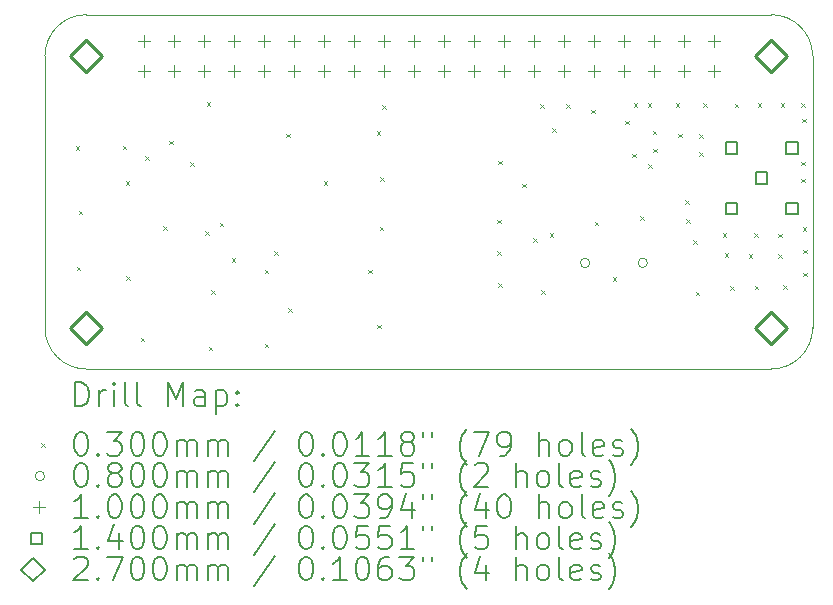
<source format=gbr>
%TF.GenerationSoftware,KiCad,Pcbnew,9.0.5*%
%TF.CreationDate,2025-11-03T18:46:07+02:00*%
%TF.ProjectId,elecDeTrimisproiect,656c6563-4465-4547-9269-6d697370726f,rev?*%
%TF.SameCoordinates,Original*%
%TF.FileFunction,Drillmap*%
%TF.FilePolarity,Positive*%
%FSLAX45Y45*%
G04 Gerber Fmt 4.5, Leading zero omitted, Abs format (unit mm)*
G04 Created by KiCad (PCBNEW 9.0.5) date 2025-11-03 18:46:07*
%MOMM*%
%LPD*%
G01*
G04 APERTURE LIST*
%ADD10C,0.050000*%
%ADD11C,0.200000*%
%ADD12C,0.100000*%
%ADD13C,0.140000*%
%ADD14C,0.270000*%
G04 APERTURE END LIST*
D10*
X2550000Y-5600000D02*
X2550000Y-3300000D01*
X2900000Y-2950000D02*
X8700000Y-2950000D01*
X8700000Y-5950000D02*
X2900000Y-5950000D01*
X2900000Y-5950000D02*
G75*
G02*
X2550000Y-5600000I0J350000D01*
G01*
X9050000Y-5600000D02*
G75*
G02*
X8700000Y-5950000I-350000J0D01*
G01*
X9050000Y-3300000D02*
X9050000Y-5600000D01*
X2550000Y-3300000D02*
G75*
G02*
X2900000Y-2950000I350000J0D01*
G01*
X8700000Y-2950000D02*
G75*
G02*
X9050000Y-3300000I0J-350000D01*
G01*
D11*
D12*
X2810000Y-4065000D02*
X2840000Y-4095000D01*
X2840000Y-4065000D02*
X2810000Y-4095000D01*
X2820000Y-5085000D02*
X2850000Y-5115000D01*
X2850000Y-5085000D02*
X2820000Y-5115000D01*
X2835000Y-4610000D02*
X2865000Y-4640000D01*
X2865000Y-4610000D02*
X2835000Y-4640000D01*
X3210000Y-4060000D02*
X3240000Y-4090000D01*
X3240000Y-4060000D02*
X3210000Y-4090000D01*
X3235000Y-4360000D02*
X3265000Y-4390000D01*
X3265000Y-4360000D02*
X3235000Y-4390000D01*
X3237500Y-5162500D02*
X3267500Y-5192500D01*
X3267500Y-5162500D02*
X3237500Y-5192500D01*
X3360000Y-5685000D02*
X3390000Y-5715000D01*
X3390000Y-5685000D02*
X3360000Y-5715000D01*
X3401250Y-4148750D02*
X3431250Y-4178750D01*
X3431250Y-4148750D02*
X3401250Y-4178750D01*
X3551250Y-4741250D02*
X3581250Y-4771250D01*
X3581250Y-4741250D02*
X3551250Y-4771250D01*
X3601250Y-4016250D02*
X3631250Y-4046250D01*
X3631250Y-4016250D02*
X3601250Y-4046250D01*
X3781250Y-4201250D02*
X3811250Y-4231250D01*
X3811250Y-4201250D02*
X3781250Y-4231250D01*
X3905000Y-4785000D02*
X3935000Y-4815000D01*
X3935000Y-4785000D02*
X3905000Y-4815000D01*
X3921250Y-3691250D02*
X3951250Y-3721250D01*
X3951250Y-3691250D02*
X3921250Y-3721250D01*
X3935000Y-5760000D02*
X3965000Y-5790000D01*
X3965000Y-5760000D02*
X3935000Y-5790000D01*
X3960000Y-5285000D02*
X3990000Y-5315000D01*
X3990000Y-5285000D02*
X3960000Y-5315000D01*
X4031250Y-4711250D02*
X4061250Y-4741250D01*
X4061250Y-4711250D02*
X4031250Y-4741250D01*
X4131250Y-5011250D02*
X4161250Y-5041250D01*
X4161250Y-5011250D02*
X4131250Y-5041250D01*
X4410000Y-5110000D02*
X4440000Y-5140000D01*
X4440000Y-5110000D02*
X4410000Y-5140000D01*
X4410000Y-5735000D02*
X4440000Y-5765000D01*
X4440000Y-5735000D02*
X4410000Y-5765000D01*
X4490000Y-4955000D02*
X4520000Y-4985000D01*
X4520000Y-4955000D02*
X4490000Y-4985000D01*
X4595000Y-3960000D02*
X4625000Y-3990000D01*
X4625000Y-3960000D02*
X4595000Y-3990000D01*
X4610000Y-5435000D02*
X4640000Y-5465000D01*
X4640000Y-5435000D02*
X4610000Y-5465000D01*
X4910000Y-4360000D02*
X4940000Y-4390000D01*
X4940000Y-4360000D02*
X4910000Y-4390000D01*
X5285000Y-5110000D02*
X5315000Y-5140000D01*
X5315000Y-5110000D02*
X5285000Y-5140000D01*
X5360000Y-3935000D02*
X5390000Y-3965000D01*
X5390000Y-3935000D02*
X5360000Y-3965000D01*
X5365000Y-5575000D02*
X5395000Y-5605000D01*
X5395000Y-5575000D02*
X5365000Y-5605000D01*
X5385000Y-4745000D02*
X5415000Y-4775000D01*
X5415000Y-4745000D02*
X5385000Y-4775000D01*
X5390000Y-4325000D02*
X5420000Y-4355000D01*
X5420000Y-4325000D02*
X5390000Y-4355000D01*
X5405000Y-3715000D02*
X5435000Y-3745000D01*
X5435000Y-3715000D02*
X5405000Y-3745000D01*
X6377500Y-4685000D02*
X6407500Y-4715000D01*
X6407500Y-4685000D02*
X6377500Y-4715000D01*
X6380000Y-4952500D02*
X6410000Y-4982500D01*
X6410000Y-4952500D02*
X6380000Y-4982500D01*
X6387500Y-5225000D02*
X6417500Y-5255000D01*
X6417500Y-5225000D02*
X6387500Y-5255000D01*
X6390000Y-4185000D02*
X6420000Y-4215000D01*
X6420000Y-4185000D02*
X6390000Y-4215000D01*
X6592500Y-4382500D02*
X6622500Y-4412500D01*
X6622500Y-4382500D02*
X6592500Y-4412500D01*
X6683500Y-4841500D02*
X6713500Y-4871500D01*
X6713500Y-4841500D02*
X6683500Y-4871500D01*
X6745000Y-3706250D02*
X6775000Y-3736250D01*
X6775000Y-3706250D02*
X6745000Y-3736250D01*
X6753500Y-5285250D02*
X6783500Y-5315250D01*
X6783500Y-5285250D02*
X6753500Y-5315250D01*
X6823500Y-4801500D02*
X6853500Y-4831500D01*
X6853500Y-4801500D02*
X6823500Y-4831500D01*
X6845000Y-3911250D02*
X6875000Y-3941250D01*
X6875000Y-3911250D02*
X6845000Y-3941250D01*
X6965000Y-3706250D02*
X6995000Y-3736250D01*
X6995000Y-3706250D02*
X6965000Y-3736250D01*
X7175000Y-3755000D02*
X7205000Y-3785000D01*
X7205000Y-3755000D02*
X7175000Y-3785000D01*
X7205000Y-4701250D02*
X7235000Y-4731250D01*
X7235000Y-4701250D02*
X7205000Y-4731250D01*
X7358500Y-5171500D02*
X7388500Y-5201500D01*
X7388500Y-5171500D02*
X7358500Y-5201500D01*
X7465000Y-3846250D02*
X7495000Y-3876250D01*
X7495000Y-3846250D02*
X7465000Y-3876250D01*
X7524375Y-4125625D02*
X7554375Y-4155625D01*
X7554375Y-4125625D02*
X7524375Y-4155625D01*
X7535000Y-3701250D02*
X7565000Y-3731250D01*
X7565000Y-3701250D02*
X7535000Y-3731250D01*
X7590000Y-4656250D02*
X7620000Y-4686250D01*
X7620000Y-4656250D02*
X7590000Y-4686250D01*
X7655000Y-3701250D02*
X7685000Y-3731250D01*
X7685000Y-3701250D02*
X7655000Y-3731250D01*
X7660000Y-4216250D02*
X7690000Y-4246250D01*
X7690000Y-4216250D02*
X7660000Y-4246250D01*
X7695000Y-3931250D02*
X7725000Y-3961250D01*
X7725000Y-3931250D02*
X7695000Y-3961250D01*
X7700000Y-4086250D02*
X7730000Y-4116250D01*
X7730000Y-4086250D02*
X7700000Y-4116250D01*
X7890000Y-3701250D02*
X7920000Y-3731250D01*
X7920000Y-3701250D02*
X7890000Y-3731250D01*
X7910000Y-3956250D02*
X7940000Y-3986250D01*
X7940000Y-3956250D02*
X7910000Y-3986250D01*
X7970000Y-4521250D02*
X8000000Y-4551250D01*
X8000000Y-4521250D02*
X7970000Y-4551250D01*
X7980000Y-4681250D02*
X8010000Y-4711250D01*
X8010000Y-4681250D02*
X7980000Y-4711250D01*
X8038500Y-4861500D02*
X8068500Y-4891500D01*
X8068500Y-4861500D02*
X8038500Y-4891500D01*
X8058500Y-5295250D02*
X8088500Y-5325250D01*
X8088500Y-5295250D02*
X8058500Y-5325250D01*
X8090000Y-3961250D02*
X8120000Y-3991250D01*
X8120000Y-3961250D02*
X8090000Y-3991250D01*
X8090000Y-4116250D02*
X8120000Y-4146250D01*
X8120000Y-4116250D02*
X8090000Y-4146250D01*
X8125000Y-3701250D02*
X8155000Y-3731250D01*
X8155000Y-3701250D02*
X8125000Y-3731250D01*
X8290000Y-4800000D02*
X8320000Y-4830000D01*
X8320000Y-4800000D02*
X8290000Y-4830000D01*
X8305000Y-4970000D02*
X8335000Y-5000000D01*
X8335000Y-4970000D02*
X8305000Y-5000000D01*
X8350000Y-5250000D02*
X8380000Y-5280000D01*
X8380000Y-5250000D02*
X8350000Y-5280000D01*
X8390000Y-3705000D02*
X8420000Y-3735000D01*
X8420000Y-3705000D02*
X8390000Y-3735000D01*
X8510000Y-4980000D02*
X8540000Y-5010000D01*
X8540000Y-4980000D02*
X8510000Y-5010000D01*
X8555000Y-4800000D02*
X8585000Y-4830000D01*
X8585000Y-4800000D02*
X8555000Y-4830000D01*
X8560000Y-5245000D02*
X8590000Y-5275000D01*
X8590000Y-5245000D02*
X8560000Y-5275000D01*
X8585000Y-3700000D02*
X8615000Y-3730000D01*
X8615000Y-3700000D02*
X8585000Y-3730000D01*
X8760000Y-4805000D02*
X8790000Y-4835000D01*
X8790000Y-4805000D02*
X8760000Y-4835000D01*
X8760000Y-4980000D02*
X8790000Y-5010000D01*
X8790000Y-4980000D02*
X8760000Y-5010000D01*
X8780000Y-3700000D02*
X8810000Y-3730000D01*
X8810000Y-3700000D02*
X8780000Y-3730000D01*
X8800000Y-5240000D02*
X8830000Y-5270000D01*
X8830000Y-5240000D02*
X8800000Y-5270000D01*
X8955000Y-3700000D02*
X8985000Y-3730000D01*
X8985000Y-3700000D02*
X8955000Y-3730000D01*
X8955000Y-4195000D02*
X8985000Y-4225000D01*
X8985000Y-4195000D02*
X8955000Y-4225000D01*
X8955000Y-4340000D02*
X8985000Y-4370000D01*
X8985000Y-4340000D02*
X8955000Y-4370000D01*
X8960000Y-3830000D02*
X8990000Y-3860000D01*
X8990000Y-3830000D02*
X8960000Y-3860000D01*
X8965000Y-4750000D02*
X8995000Y-4780000D01*
X8995000Y-4750000D02*
X8965000Y-4780000D01*
X8970000Y-4940000D02*
X9000000Y-4970000D01*
X9000000Y-4940000D02*
X8970000Y-4970000D01*
X8970000Y-5135000D02*
X9000000Y-5165000D01*
X9000000Y-5135000D02*
X8970000Y-5165000D01*
X7163500Y-5051500D02*
G75*
G02*
X7083500Y-5051500I-40000J0D01*
G01*
X7083500Y-5051500D02*
G75*
G02*
X7163500Y-5051500I40000J0D01*
G01*
X7651500Y-5051500D02*
G75*
G02*
X7571500Y-5051500I-40000J0D01*
G01*
X7571500Y-5051500D02*
G75*
G02*
X7651500Y-5051500I40000J0D01*
G01*
X3390000Y-3125000D02*
X3390000Y-3225000D01*
X3340000Y-3175000D02*
X3440000Y-3175000D01*
X3390000Y-3379000D02*
X3390000Y-3479000D01*
X3340000Y-3429000D02*
X3440000Y-3429000D01*
X3644000Y-3125000D02*
X3644000Y-3225000D01*
X3594000Y-3175000D02*
X3694000Y-3175000D01*
X3644000Y-3379000D02*
X3644000Y-3479000D01*
X3594000Y-3429000D02*
X3694000Y-3429000D01*
X3898000Y-3125000D02*
X3898000Y-3225000D01*
X3848000Y-3175000D02*
X3948000Y-3175000D01*
X3898000Y-3379000D02*
X3898000Y-3479000D01*
X3848000Y-3429000D02*
X3948000Y-3429000D01*
X4152000Y-3125000D02*
X4152000Y-3225000D01*
X4102000Y-3175000D02*
X4202000Y-3175000D01*
X4152000Y-3379000D02*
X4152000Y-3479000D01*
X4102000Y-3429000D02*
X4202000Y-3429000D01*
X4406000Y-3125000D02*
X4406000Y-3225000D01*
X4356000Y-3175000D02*
X4456000Y-3175000D01*
X4406000Y-3379000D02*
X4406000Y-3479000D01*
X4356000Y-3429000D02*
X4456000Y-3429000D01*
X4660000Y-3125000D02*
X4660000Y-3225000D01*
X4610000Y-3175000D02*
X4710000Y-3175000D01*
X4660000Y-3379000D02*
X4660000Y-3479000D01*
X4610000Y-3429000D02*
X4710000Y-3429000D01*
X4914000Y-3125000D02*
X4914000Y-3225000D01*
X4864000Y-3175000D02*
X4964000Y-3175000D01*
X4914000Y-3379000D02*
X4914000Y-3479000D01*
X4864000Y-3429000D02*
X4964000Y-3429000D01*
X5168000Y-3125000D02*
X5168000Y-3225000D01*
X5118000Y-3175000D02*
X5218000Y-3175000D01*
X5168000Y-3379000D02*
X5168000Y-3479000D01*
X5118000Y-3429000D02*
X5218000Y-3429000D01*
X5422000Y-3125000D02*
X5422000Y-3225000D01*
X5372000Y-3175000D02*
X5472000Y-3175000D01*
X5422000Y-3379000D02*
X5422000Y-3479000D01*
X5372000Y-3429000D02*
X5472000Y-3429000D01*
X5676000Y-3125000D02*
X5676000Y-3225000D01*
X5626000Y-3175000D02*
X5726000Y-3175000D01*
X5676000Y-3379000D02*
X5676000Y-3479000D01*
X5626000Y-3429000D02*
X5726000Y-3429000D01*
X5930000Y-3125000D02*
X5930000Y-3225000D01*
X5880000Y-3175000D02*
X5980000Y-3175000D01*
X5930000Y-3379000D02*
X5930000Y-3479000D01*
X5880000Y-3429000D02*
X5980000Y-3429000D01*
X6184000Y-3125000D02*
X6184000Y-3225000D01*
X6134000Y-3175000D02*
X6234000Y-3175000D01*
X6184000Y-3379000D02*
X6184000Y-3479000D01*
X6134000Y-3429000D02*
X6234000Y-3429000D01*
X6438000Y-3125000D02*
X6438000Y-3225000D01*
X6388000Y-3175000D02*
X6488000Y-3175000D01*
X6438000Y-3379000D02*
X6438000Y-3479000D01*
X6388000Y-3429000D02*
X6488000Y-3429000D01*
X6692000Y-3125000D02*
X6692000Y-3225000D01*
X6642000Y-3175000D02*
X6742000Y-3175000D01*
X6692000Y-3379000D02*
X6692000Y-3479000D01*
X6642000Y-3429000D02*
X6742000Y-3429000D01*
X6946000Y-3125000D02*
X6946000Y-3225000D01*
X6896000Y-3175000D02*
X6996000Y-3175000D01*
X6946000Y-3379000D02*
X6946000Y-3479000D01*
X6896000Y-3429000D02*
X6996000Y-3429000D01*
X7200000Y-3125000D02*
X7200000Y-3225000D01*
X7150000Y-3175000D02*
X7250000Y-3175000D01*
X7200000Y-3379000D02*
X7200000Y-3479000D01*
X7150000Y-3429000D02*
X7250000Y-3429000D01*
X7454000Y-3125000D02*
X7454000Y-3225000D01*
X7404000Y-3175000D02*
X7504000Y-3175000D01*
X7454000Y-3379000D02*
X7454000Y-3479000D01*
X7404000Y-3429000D02*
X7504000Y-3429000D01*
X7708000Y-3125000D02*
X7708000Y-3225000D01*
X7658000Y-3175000D02*
X7758000Y-3175000D01*
X7708000Y-3379000D02*
X7708000Y-3479000D01*
X7658000Y-3429000D02*
X7758000Y-3429000D01*
X7962000Y-3125000D02*
X7962000Y-3225000D01*
X7912000Y-3175000D02*
X8012000Y-3175000D01*
X7962000Y-3379000D02*
X7962000Y-3479000D01*
X7912000Y-3429000D02*
X8012000Y-3429000D01*
X8216000Y-3125000D02*
X8216000Y-3225000D01*
X8166000Y-3175000D02*
X8266000Y-3175000D01*
X8216000Y-3379000D02*
X8216000Y-3479000D01*
X8166000Y-3429000D02*
X8266000Y-3429000D01*
D13*
X8411998Y-4129498D02*
X8411998Y-4030502D01*
X8313002Y-4030502D01*
X8313002Y-4129498D01*
X8411998Y-4129498D01*
X8411998Y-4639498D02*
X8411998Y-4540502D01*
X8313002Y-4540502D01*
X8313002Y-4639498D01*
X8411998Y-4639498D01*
X8666998Y-4384498D02*
X8666998Y-4285502D01*
X8568002Y-4285502D01*
X8568002Y-4384498D01*
X8666998Y-4384498D01*
X8921998Y-4129498D02*
X8921998Y-4030502D01*
X8823002Y-4030502D01*
X8823002Y-4129498D01*
X8921998Y-4129498D01*
X8921998Y-4639498D02*
X8921998Y-4540502D01*
X8823002Y-4540502D01*
X8823002Y-4639498D01*
X8921998Y-4639498D01*
D14*
X2900000Y-3435000D02*
X3035000Y-3300000D01*
X2900000Y-3165000D01*
X2765000Y-3300000D01*
X2900000Y-3435000D01*
X2900000Y-5735000D02*
X3035000Y-5600000D01*
X2900000Y-5465000D01*
X2765000Y-5600000D01*
X2900000Y-5735000D01*
X8700000Y-3435000D02*
X8835000Y-3300000D01*
X8700000Y-3165000D01*
X8565000Y-3300000D01*
X8700000Y-3435000D01*
X8700000Y-5735000D02*
X8835000Y-5600000D01*
X8700000Y-5465000D01*
X8565000Y-5600000D01*
X8700000Y-5735000D01*
D11*
X2808277Y-6263984D02*
X2808277Y-6063984D01*
X2808277Y-6063984D02*
X2855896Y-6063984D01*
X2855896Y-6063984D02*
X2884467Y-6073508D01*
X2884467Y-6073508D02*
X2903515Y-6092555D01*
X2903515Y-6092555D02*
X2913039Y-6111603D01*
X2913039Y-6111603D02*
X2922562Y-6149698D01*
X2922562Y-6149698D02*
X2922562Y-6178269D01*
X2922562Y-6178269D02*
X2913039Y-6216365D01*
X2913039Y-6216365D02*
X2903515Y-6235412D01*
X2903515Y-6235412D02*
X2884467Y-6254460D01*
X2884467Y-6254460D02*
X2855896Y-6263984D01*
X2855896Y-6263984D02*
X2808277Y-6263984D01*
X3008277Y-6263984D02*
X3008277Y-6130650D01*
X3008277Y-6168746D02*
X3017801Y-6149698D01*
X3017801Y-6149698D02*
X3027324Y-6140174D01*
X3027324Y-6140174D02*
X3046372Y-6130650D01*
X3046372Y-6130650D02*
X3065420Y-6130650D01*
X3132086Y-6263984D02*
X3132086Y-6130650D01*
X3132086Y-6063984D02*
X3122562Y-6073508D01*
X3122562Y-6073508D02*
X3132086Y-6083031D01*
X3132086Y-6083031D02*
X3141610Y-6073508D01*
X3141610Y-6073508D02*
X3132086Y-6063984D01*
X3132086Y-6063984D02*
X3132086Y-6083031D01*
X3255896Y-6263984D02*
X3236848Y-6254460D01*
X3236848Y-6254460D02*
X3227324Y-6235412D01*
X3227324Y-6235412D02*
X3227324Y-6063984D01*
X3360658Y-6263984D02*
X3341610Y-6254460D01*
X3341610Y-6254460D02*
X3332086Y-6235412D01*
X3332086Y-6235412D02*
X3332086Y-6063984D01*
X3589229Y-6263984D02*
X3589229Y-6063984D01*
X3589229Y-6063984D02*
X3655896Y-6206841D01*
X3655896Y-6206841D02*
X3722562Y-6063984D01*
X3722562Y-6063984D02*
X3722562Y-6263984D01*
X3903515Y-6263984D02*
X3903515Y-6159222D01*
X3903515Y-6159222D02*
X3893991Y-6140174D01*
X3893991Y-6140174D02*
X3874943Y-6130650D01*
X3874943Y-6130650D02*
X3836848Y-6130650D01*
X3836848Y-6130650D02*
X3817801Y-6140174D01*
X3903515Y-6254460D02*
X3884467Y-6263984D01*
X3884467Y-6263984D02*
X3836848Y-6263984D01*
X3836848Y-6263984D02*
X3817801Y-6254460D01*
X3817801Y-6254460D02*
X3808277Y-6235412D01*
X3808277Y-6235412D02*
X3808277Y-6216365D01*
X3808277Y-6216365D02*
X3817801Y-6197317D01*
X3817801Y-6197317D02*
X3836848Y-6187793D01*
X3836848Y-6187793D02*
X3884467Y-6187793D01*
X3884467Y-6187793D02*
X3903515Y-6178269D01*
X3998753Y-6130650D02*
X3998753Y-6330650D01*
X3998753Y-6140174D02*
X4017801Y-6130650D01*
X4017801Y-6130650D02*
X4055896Y-6130650D01*
X4055896Y-6130650D02*
X4074943Y-6140174D01*
X4074943Y-6140174D02*
X4084467Y-6149698D01*
X4084467Y-6149698D02*
X4093991Y-6168746D01*
X4093991Y-6168746D02*
X4093991Y-6225888D01*
X4093991Y-6225888D02*
X4084467Y-6244936D01*
X4084467Y-6244936D02*
X4074943Y-6254460D01*
X4074943Y-6254460D02*
X4055896Y-6263984D01*
X4055896Y-6263984D02*
X4017801Y-6263984D01*
X4017801Y-6263984D02*
X3998753Y-6254460D01*
X4179705Y-6244936D02*
X4189229Y-6254460D01*
X4189229Y-6254460D02*
X4179705Y-6263984D01*
X4179705Y-6263984D02*
X4170182Y-6254460D01*
X4170182Y-6254460D02*
X4179705Y-6244936D01*
X4179705Y-6244936D02*
X4179705Y-6263984D01*
X4179705Y-6140174D02*
X4189229Y-6149698D01*
X4189229Y-6149698D02*
X4179705Y-6159222D01*
X4179705Y-6159222D02*
X4170182Y-6149698D01*
X4170182Y-6149698D02*
X4179705Y-6140174D01*
X4179705Y-6140174D02*
X4179705Y-6159222D01*
D12*
X2517500Y-6577500D02*
X2547500Y-6607500D01*
X2547500Y-6577500D02*
X2517500Y-6607500D01*
D11*
X2846372Y-6483984D02*
X2865420Y-6483984D01*
X2865420Y-6483984D02*
X2884467Y-6493508D01*
X2884467Y-6493508D02*
X2893991Y-6503031D01*
X2893991Y-6503031D02*
X2903515Y-6522079D01*
X2903515Y-6522079D02*
X2913039Y-6560174D01*
X2913039Y-6560174D02*
X2913039Y-6607793D01*
X2913039Y-6607793D02*
X2903515Y-6645888D01*
X2903515Y-6645888D02*
X2893991Y-6664936D01*
X2893991Y-6664936D02*
X2884467Y-6674460D01*
X2884467Y-6674460D02*
X2865420Y-6683984D01*
X2865420Y-6683984D02*
X2846372Y-6683984D01*
X2846372Y-6683984D02*
X2827324Y-6674460D01*
X2827324Y-6674460D02*
X2817801Y-6664936D01*
X2817801Y-6664936D02*
X2808277Y-6645888D01*
X2808277Y-6645888D02*
X2798753Y-6607793D01*
X2798753Y-6607793D02*
X2798753Y-6560174D01*
X2798753Y-6560174D02*
X2808277Y-6522079D01*
X2808277Y-6522079D02*
X2817801Y-6503031D01*
X2817801Y-6503031D02*
X2827324Y-6493508D01*
X2827324Y-6493508D02*
X2846372Y-6483984D01*
X2998753Y-6664936D02*
X3008277Y-6674460D01*
X3008277Y-6674460D02*
X2998753Y-6683984D01*
X2998753Y-6683984D02*
X2989229Y-6674460D01*
X2989229Y-6674460D02*
X2998753Y-6664936D01*
X2998753Y-6664936D02*
X2998753Y-6683984D01*
X3074943Y-6483984D02*
X3198753Y-6483984D01*
X3198753Y-6483984D02*
X3132086Y-6560174D01*
X3132086Y-6560174D02*
X3160658Y-6560174D01*
X3160658Y-6560174D02*
X3179705Y-6569698D01*
X3179705Y-6569698D02*
X3189229Y-6579222D01*
X3189229Y-6579222D02*
X3198753Y-6598269D01*
X3198753Y-6598269D02*
X3198753Y-6645888D01*
X3198753Y-6645888D02*
X3189229Y-6664936D01*
X3189229Y-6664936D02*
X3179705Y-6674460D01*
X3179705Y-6674460D02*
X3160658Y-6683984D01*
X3160658Y-6683984D02*
X3103515Y-6683984D01*
X3103515Y-6683984D02*
X3084467Y-6674460D01*
X3084467Y-6674460D02*
X3074943Y-6664936D01*
X3322562Y-6483984D02*
X3341610Y-6483984D01*
X3341610Y-6483984D02*
X3360658Y-6493508D01*
X3360658Y-6493508D02*
X3370182Y-6503031D01*
X3370182Y-6503031D02*
X3379705Y-6522079D01*
X3379705Y-6522079D02*
X3389229Y-6560174D01*
X3389229Y-6560174D02*
X3389229Y-6607793D01*
X3389229Y-6607793D02*
X3379705Y-6645888D01*
X3379705Y-6645888D02*
X3370182Y-6664936D01*
X3370182Y-6664936D02*
X3360658Y-6674460D01*
X3360658Y-6674460D02*
X3341610Y-6683984D01*
X3341610Y-6683984D02*
X3322562Y-6683984D01*
X3322562Y-6683984D02*
X3303515Y-6674460D01*
X3303515Y-6674460D02*
X3293991Y-6664936D01*
X3293991Y-6664936D02*
X3284467Y-6645888D01*
X3284467Y-6645888D02*
X3274943Y-6607793D01*
X3274943Y-6607793D02*
X3274943Y-6560174D01*
X3274943Y-6560174D02*
X3284467Y-6522079D01*
X3284467Y-6522079D02*
X3293991Y-6503031D01*
X3293991Y-6503031D02*
X3303515Y-6493508D01*
X3303515Y-6493508D02*
X3322562Y-6483984D01*
X3513039Y-6483984D02*
X3532086Y-6483984D01*
X3532086Y-6483984D02*
X3551134Y-6493508D01*
X3551134Y-6493508D02*
X3560658Y-6503031D01*
X3560658Y-6503031D02*
X3570182Y-6522079D01*
X3570182Y-6522079D02*
X3579705Y-6560174D01*
X3579705Y-6560174D02*
X3579705Y-6607793D01*
X3579705Y-6607793D02*
X3570182Y-6645888D01*
X3570182Y-6645888D02*
X3560658Y-6664936D01*
X3560658Y-6664936D02*
X3551134Y-6674460D01*
X3551134Y-6674460D02*
X3532086Y-6683984D01*
X3532086Y-6683984D02*
X3513039Y-6683984D01*
X3513039Y-6683984D02*
X3493991Y-6674460D01*
X3493991Y-6674460D02*
X3484467Y-6664936D01*
X3484467Y-6664936D02*
X3474943Y-6645888D01*
X3474943Y-6645888D02*
X3465420Y-6607793D01*
X3465420Y-6607793D02*
X3465420Y-6560174D01*
X3465420Y-6560174D02*
X3474943Y-6522079D01*
X3474943Y-6522079D02*
X3484467Y-6503031D01*
X3484467Y-6503031D02*
X3493991Y-6493508D01*
X3493991Y-6493508D02*
X3513039Y-6483984D01*
X3665420Y-6683984D02*
X3665420Y-6550650D01*
X3665420Y-6569698D02*
X3674943Y-6560174D01*
X3674943Y-6560174D02*
X3693991Y-6550650D01*
X3693991Y-6550650D02*
X3722563Y-6550650D01*
X3722563Y-6550650D02*
X3741610Y-6560174D01*
X3741610Y-6560174D02*
X3751134Y-6579222D01*
X3751134Y-6579222D02*
X3751134Y-6683984D01*
X3751134Y-6579222D02*
X3760658Y-6560174D01*
X3760658Y-6560174D02*
X3779705Y-6550650D01*
X3779705Y-6550650D02*
X3808277Y-6550650D01*
X3808277Y-6550650D02*
X3827324Y-6560174D01*
X3827324Y-6560174D02*
X3836848Y-6579222D01*
X3836848Y-6579222D02*
X3836848Y-6683984D01*
X3932086Y-6683984D02*
X3932086Y-6550650D01*
X3932086Y-6569698D02*
X3941610Y-6560174D01*
X3941610Y-6560174D02*
X3960658Y-6550650D01*
X3960658Y-6550650D02*
X3989229Y-6550650D01*
X3989229Y-6550650D02*
X4008277Y-6560174D01*
X4008277Y-6560174D02*
X4017801Y-6579222D01*
X4017801Y-6579222D02*
X4017801Y-6683984D01*
X4017801Y-6579222D02*
X4027324Y-6560174D01*
X4027324Y-6560174D02*
X4046372Y-6550650D01*
X4046372Y-6550650D02*
X4074943Y-6550650D01*
X4074943Y-6550650D02*
X4093991Y-6560174D01*
X4093991Y-6560174D02*
X4103515Y-6579222D01*
X4103515Y-6579222D02*
X4103515Y-6683984D01*
X4493991Y-6474460D02*
X4322563Y-6731603D01*
X4751134Y-6483984D02*
X4770182Y-6483984D01*
X4770182Y-6483984D02*
X4789229Y-6493508D01*
X4789229Y-6493508D02*
X4798753Y-6503031D01*
X4798753Y-6503031D02*
X4808277Y-6522079D01*
X4808277Y-6522079D02*
X4817801Y-6560174D01*
X4817801Y-6560174D02*
X4817801Y-6607793D01*
X4817801Y-6607793D02*
X4808277Y-6645888D01*
X4808277Y-6645888D02*
X4798753Y-6664936D01*
X4798753Y-6664936D02*
X4789229Y-6674460D01*
X4789229Y-6674460D02*
X4770182Y-6683984D01*
X4770182Y-6683984D02*
X4751134Y-6683984D01*
X4751134Y-6683984D02*
X4732087Y-6674460D01*
X4732087Y-6674460D02*
X4722563Y-6664936D01*
X4722563Y-6664936D02*
X4713039Y-6645888D01*
X4713039Y-6645888D02*
X4703515Y-6607793D01*
X4703515Y-6607793D02*
X4703515Y-6560174D01*
X4703515Y-6560174D02*
X4713039Y-6522079D01*
X4713039Y-6522079D02*
X4722563Y-6503031D01*
X4722563Y-6503031D02*
X4732087Y-6493508D01*
X4732087Y-6493508D02*
X4751134Y-6483984D01*
X4903515Y-6664936D02*
X4913039Y-6674460D01*
X4913039Y-6674460D02*
X4903515Y-6683984D01*
X4903515Y-6683984D02*
X4893991Y-6674460D01*
X4893991Y-6674460D02*
X4903515Y-6664936D01*
X4903515Y-6664936D02*
X4903515Y-6683984D01*
X5036848Y-6483984D02*
X5055896Y-6483984D01*
X5055896Y-6483984D02*
X5074944Y-6493508D01*
X5074944Y-6493508D02*
X5084468Y-6503031D01*
X5084468Y-6503031D02*
X5093991Y-6522079D01*
X5093991Y-6522079D02*
X5103515Y-6560174D01*
X5103515Y-6560174D02*
X5103515Y-6607793D01*
X5103515Y-6607793D02*
X5093991Y-6645888D01*
X5093991Y-6645888D02*
X5084468Y-6664936D01*
X5084468Y-6664936D02*
X5074944Y-6674460D01*
X5074944Y-6674460D02*
X5055896Y-6683984D01*
X5055896Y-6683984D02*
X5036848Y-6683984D01*
X5036848Y-6683984D02*
X5017801Y-6674460D01*
X5017801Y-6674460D02*
X5008277Y-6664936D01*
X5008277Y-6664936D02*
X4998753Y-6645888D01*
X4998753Y-6645888D02*
X4989229Y-6607793D01*
X4989229Y-6607793D02*
X4989229Y-6560174D01*
X4989229Y-6560174D02*
X4998753Y-6522079D01*
X4998753Y-6522079D02*
X5008277Y-6503031D01*
X5008277Y-6503031D02*
X5017801Y-6493508D01*
X5017801Y-6493508D02*
X5036848Y-6483984D01*
X5293991Y-6683984D02*
X5179706Y-6683984D01*
X5236848Y-6683984D02*
X5236848Y-6483984D01*
X5236848Y-6483984D02*
X5217801Y-6512555D01*
X5217801Y-6512555D02*
X5198753Y-6531603D01*
X5198753Y-6531603D02*
X5179706Y-6541127D01*
X5484468Y-6683984D02*
X5370182Y-6683984D01*
X5427325Y-6683984D02*
X5427325Y-6483984D01*
X5427325Y-6483984D02*
X5408277Y-6512555D01*
X5408277Y-6512555D02*
X5389229Y-6531603D01*
X5389229Y-6531603D02*
X5370182Y-6541127D01*
X5598753Y-6569698D02*
X5579706Y-6560174D01*
X5579706Y-6560174D02*
X5570182Y-6550650D01*
X5570182Y-6550650D02*
X5560658Y-6531603D01*
X5560658Y-6531603D02*
X5560658Y-6522079D01*
X5560658Y-6522079D02*
X5570182Y-6503031D01*
X5570182Y-6503031D02*
X5579706Y-6493508D01*
X5579706Y-6493508D02*
X5598753Y-6483984D01*
X5598753Y-6483984D02*
X5636848Y-6483984D01*
X5636848Y-6483984D02*
X5655896Y-6493508D01*
X5655896Y-6493508D02*
X5665420Y-6503031D01*
X5665420Y-6503031D02*
X5674944Y-6522079D01*
X5674944Y-6522079D02*
X5674944Y-6531603D01*
X5674944Y-6531603D02*
X5665420Y-6550650D01*
X5665420Y-6550650D02*
X5655896Y-6560174D01*
X5655896Y-6560174D02*
X5636848Y-6569698D01*
X5636848Y-6569698D02*
X5598753Y-6569698D01*
X5598753Y-6569698D02*
X5579706Y-6579222D01*
X5579706Y-6579222D02*
X5570182Y-6588746D01*
X5570182Y-6588746D02*
X5560658Y-6607793D01*
X5560658Y-6607793D02*
X5560658Y-6645888D01*
X5560658Y-6645888D02*
X5570182Y-6664936D01*
X5570182Y-6664936D02*
X5579706Y-6674460D01*
X5579706Y-6674460D02*
X5598753Y-6683984D01*
X5598753Y-6683984D02*
X5636848Y-6683984D01*
X5636848Y-6683984D02*
X5655896Y-6674460D01*
X5655896Y-6674460D02*
X5665420Y-6664936D01*
X5665420Y-6664936D02*
X5674944Y-6645888D01*
X5674944Y-6645888D02*
X5674944Y-6607793D01*
X5674944Y-6607793D02*
X5665420Y-6588746D01*
X5665420Y-6588746D02*
X5655896Y-6579222D01*
X5655896Y-6579222D02*
X5636848Y-6569698D01*
X5751134Y-6483984D02*
X5751134Y-6522079D01*
X5827325Y-6483984D02*
X5827325Y-6522079D01*
X6122563Y-6760174D02*
X6113039Y-6750650D01*
X6113039Y-6750650D02*
X6093991Y-6722079D01*
X6093991Y-6722079D02*
X6084468Y-6703031D01*
X6084468Y-6703031D02*
X6074944Y-6674460D01*
X6074944Y-6674460D02*
X6065420Y-6626841D01*
X6065420Y-6626841D02*
X6065420Y-6588746D01*
X6065420Y-6588746D02*
X6074944Y-6541127D01*
X6074944Y-6541127D02*
X6084468Y-6512555D01*
X6084468Y-6512555D02*
X6093991Y-6493508D01*
X6093991Y-6493508D02*
X6113039Y-6464936D01*
X6113039Y-6464936D02*
X6122563Y-6455412D01*
X6179706Y-6483984D02*
X6313039Y-6483984D01*
X6313039Y-6483984D02*
X6227325Y-6683984D01*
X6398753Y-6683984D02*
X6436848Y-6683984D01*
X6436848Y-6683984D02*
X6455896Y-6674460D01*
X6455896Y-6674460D02*
X6465420Y-6664936D01*
X6465420Y-6664936D02*
X6484468Y-6636365D01*
X6484468Y-6636365D02*
X6493991Y-6598269D01*
X6493991Y-6598269D02*
X6493991Y-6522079D01*
X6493991Y-6522079D02*
X6484468Y-6503031D01*
X6484468Y-6503031D02*
X6474944Y-6493508D01*
X6474944Y-6493508D02*
X6455896Y-6483984D01*
X6455896Y-6483984D02*
X6417801Y-6483984D01*
X6417801Y-6483984D02*
X6398753Y-6493508D01*
X6398753Y-6493508D02*
X6389229Y-6503031D01*
X6389229Y-6503031D02*
X6379706Y-6522079D01*
X6379706Y-6522079D02*
X6379706Y-6569698D01*
X6379706Y-6569698D02*
X6389229Y-6588746D01*
X6389229Y-6588746D02*
X6398753Y-6598269D01*
X6398753Y-6598269D02*
X6417801Y-6607793D01*
X6417801Y-6607793D02*
X6455896Y-6607793D01*
X6455896Y-6607793D02*
X6474944Y-6598269D01*
X6474944Y-6598269D02*
X6484468Y-6588746D01*
X6484468Y-6588746D02*
X6493991Y-6569698D01*
X6732087Y-6683984D02*
X6732087Y-6483984D01*
X6817801Y-6683984D02*
X6817801Y-6579222D01*
X6817801Y-6579222D02*
X6808277Y-6560174D01*
X6808277Y-6560174D02*
X6789230Y-6550650D01*
X6789230Y-6550650D02*
X6760658Y-6550650D01*
X6760658Y-6550650D02*
X6741610Y-6560174D01*
X6741610Y-6560174D02*
X6732087Y-6569698D01*
X6941610Y-6683984D02*
X6922563Y-6674460D01*
X6922563Y-6674460D02*
X6913039Y-6664936D01*
X6913039Y-6664936D02*
X6903515Y-6645888D01*
X6903515Y-6645888D02*
X6903515Y-6588746D01*
X6903515Y-6588746D02*
X6913039Y-6569698D01*
X6913039Y-6569698D02*
X6922563Y-6560174D01*
X6922563Y-6560174D02*
X6941610Y-6550650D01*
X6941610Y-6550650D02*
X6970182Y-6550650D01*
X6970182Y-6550650D02*
X6989230Y-6560174D01*
X6989230Y-6560174D02*
X6998753Y-6569698D01*
X6998753Y-6569698D02*
X7008277Y-6588746D01*
X7008277Y-6588746D02*
X7008277Y-6645888D01*
X7008277Y-6645888D02*
X6998753Y-6664936D01*
X6998753Y-6664936D02*
X6989230Y-6674460D01*
X6989230Y-6674460D02*
X6970182Y-6683984D01*
X6970182Y-6683984D02*
X6941610Y-6683984D01*
X7122563Y-6683984D02*
X7103515Y-6674460D01*
X7103515Y-6674460D02*
X7093991Y-6655412D01*
X7093991Y-6655412D02*
X7093991Y-6483984D01*
X7274944Y-6674460D02*
X7255896Y-6683984D01*
X7255896Y-6683984D02*
X7217801Y-6683984D01*
X7217801Y-6683984D02*
X7198753Y-6674460D01*
X7198753Y-6674460D02*
X7189230Y-6655412D01*
X7189230Y-6655412D02*
X7189230Y-6579222D01*
X7189230Y-6579222D02*
X7198753Y-6560174D01*
X7198753Y-6560174D02*
X7217801Y-6550650D01*
X7217801Y-6550650D02*
X7255896Y-6550650D01*
X7255896Y-6550650D02*
X7274944Y-6560174D01*
X7274944Y-6560174D02*
X7284468Y-6579222D01*
X7284468Y-6579222D02*
X7284468Y-6598269D01*
X7284468Y-6598269D02*
X7189230Y-6617317D01*
X7360658Y-6674460D02*
X7379706Y-6683984D01*
X7379706Y-6683984D02*
X7417801Y-6683984D01*
X7417801Y-6683984D02*
X7436849Y-6674460D01*
X7436849Y-6674460D02*
X7446372Y-6655412D01*
X7446372Y-6655412D02*
X7446372Y-6645888D01*
X7446372Y-6645888D02*
X7436849Y-6626841D01*
X7436849Y-6626841D02*
X7417801Y-6617317D01*
X7417801Y-6617317D02*
X7389230Y-6617317D01*
X7389230Y-6617317D02*
X7370182Y-6607793D01*
X7370182Y-6607793D02*
X7360658Y-6588746D01*
X7360658Y-6588746D02*
X7360658Y-6579222D01*
X7360658Y-6579222D02*
X7370182Y-6560174D01*
X7370182Y-6560174D02*
X7389230Y-6550650D01*
X7389230Y-6550650D02*
X7417801Y-6550650D01*
X7417801Y-6550650D02*
X7436849Y-6560174D01*
X7513039Y-6760174D02*
X7522563Y-6750650D01*
X7522563Y-6750650D02*
X7541611Y-6722079D01*
X7541611Y-6722079D02*
X7551134Y-6703031D01*
X7551134Y-6703031D02*
X7560658Y-6674460D01*
X7560658Y-6674460D02*
X7570182Y-6626841D01*
X7570182Y-6626841D02*
X7570182Y-6588746D01*
X7570182Y-6588746D02*
X7560658Y-6541127D01*
X7560658Y-6541127D02*
X7551134Y-6512555D01*
X7551134Y-6512555D02*
X7541611Y-6493508D01*
X7541611Y-6493508D02*
X7522563Y-6464936D01*
X7522563Y-6464936D02*
X7513039Y-6455412D01*
D12*
X2547500Y-6856500D02*
G75*
G02*
X2467500Y-6856500I-40000J0D01*
G01*
X2467500Y-6856500D02*
G75*
G02*
X2547500Y-6856500I40000J0D01*
G01*
D11*
X2846372Y-6747984D02*
X2865420Y-6747984D01*
X2865420Y-6747984D02*
X2884467Y-6757508D01*
X2884467Y-6757508D02*
X2893991Y-6767031D01*
X2893991Y-6767031D02*
X2903515Y-6786079D01*
X2903515Y-6786079D02*
X2913039Y-6824174D01*
X2913039Y-6824174D02*
X2913039Y-6871793D01*
X2913039Y-6871793D02*
X2903515Y-6909888D01*
X2903515Y-6909888D02*
X2893991Y-6928936D01*
X2893991Y-6928936D02*
X2884467Y-6938460D01*
X2884467Y-6938460D02*
X2865420Y-6947984D01*
X2865420Y-6947984D02*
X2846372Y-6947984D01*
X2846372Y-6947984D02*
X2827324Y-6938460D01*
X2827324Y-6938460D02*
X2817801Y-6928936D01*
X2817801Y-6928936D02*
X2808277Y-6909888D01*
X2808277Y-6909888D02*
X2798753Y-6871793D01*
X2798753Y-6871793D02*
X2798753Y-6824174D01*
X2798753Y-6824174D02*
X2808277Y-6786079D01*
X2808277Y-6786079D02*
X2817801Y-6767031D01*
X2817801Y-6767031D02*
X2827324Y-6757508D01*
X2827324Y-6757508D02*
X2846372Y-6747984D01*
X2998753Y-6928936D02*
X3008277Y-6938460D01*
X3008277Y-6938460D02*
X2998753Y-6947984D01*
X2998753Y-6947984D02*
X2989229Y-6938460D01*
X2989229Y-6938460D02*
X2998753Y-6928936D01*
X2998753Y-6928936D02*
X2998753Y-6947984D01*
X3122562Y-6833698D02*
X3103515Y-6824174D01*
X3103515Y-6824174D02*
X3093991Y-6814650D01*
X3093991Y-6814650D02*
X3084467Y-6795603D01*
X3084467Y-6795603D02*
X3084467Y-6786079D01*
X3084467Y-6786079D02*
X3093991Y-6767031D01*
X3093991Y-6767031D02*
X3103515Y-6757508D01*
X3103515Y-6757508D02*
X3122562Y-6747984D01*
X3122562Y-6747984D02*
X3160658Y-6747984D01*
X3160658Y-6747984D02*
X3179705Y-6757508D01*
X3179705Y-6757508D02*
X3189229Y-6767031D01*
X3189229Y-6767031D02*
X3198753Y-6786079D01*
X3198753Y-6786079D02*
X3198753Y-6795603D01*
X3198753Y-6795603D02*
X3189229Y-6814650D01*
X3189229Y-6814650D02*
X3179705Y-6824174D01*
X3179705Y-6824174D02*
X3160658Y-6833698D01*
X3160658Y-6833698D02*
X3122562Y-6833698D01*
X3122562Y-6833698D02*
X3103515Y-6843222D01*
X3103515Y-6843222D02*
X3093991Y-6852746D01*
X3093991Y-6852746D02*
X3084467Y-6871793D01*
X3084467Y-6871793D02*
X3084467Y-6909888D01*
X3084467Y-6909888D02*
X3093991Y-6928936D01*
X3093991Y-6928936D02*
X3103515Y-6938460D01*
X3103515Y-6938460D02*
X3122562Y-6947984D01*
X3122562Y-6947984D02*
X3160658Y-6947984D01*
X3160658Y-6947984D02*
X3179705Y-6938460D01*
X3179705Y-6938460D02*
X3189229Y-6928936D01*
X3189229Y-6928936D02*
X3198753Y-6909888D01*
X3198753Y-6909888D02*
X3198753Y-6871793D01*
X3198753Y-6871793D02*
X3189229Y-6852746D01*
X3189229Y-6852746D02*
X3179705Y-6843222D01*
X3179705Y-6843222D02*
X3160658Y-6833698D01*
X3322562Y-6747984D02*
X3341610Y-6747984D01*
X3341610Y-6747984D02*
X3360658Y-6757508D01*
X3360658Y-6757508D02*
X3370182Y-6767031D01*
X3370182Y-6767031D02*
X3379705Y-6786079D01*
X3379705Y-6786079D02*
X3389229Y-6824174D01*
X3389229Y-6824174D02*
X3389229Y-6871793D01*
X3389229Y-6871793D02*
X3379705Y-6909888D01*
X3379705Y-6909888D02*
X3370182Y-6928936D01*
X3370182Y-6928936D02*
X3360658Y-6938460D01*
X3360658Y-6938460D02*
X3341610Y-6947984D01*
X3341610Y-6947984D02*
X3322562Y-6947984D01*
X3322562Y-6947984D02*
X3303515Y-6938460D01*
X3303515Y-6938460D02*
X3293991Y-6928936D01*
X3293991Y-6928936D02*
X3284467Y-6909888D01*
X3284467Y-6909888D02*
X3274943Y-6871793D01*
X3274943Y-6871793D02*
X3274943Y-6824174D01*
X3274943Y-6824174D02*
X3284467Y-6786079D01*
X3284467Y-6786079D02*
X3293991Y-6767031D01*
X3293991Y-6767031D02*
X3303515Y-6757508D01*
X3303515Y-6757508D02*
X3322562Y-6747984D01*
X3513039Y-6747984D02*
X3532086Y-6747984D01*
X3532086Y-6747984D02*
X3551134Y-6757508D01*
X3551134Y-6757508D02*
X3560658Y-6767031D01*
X3560658Y-6767031D02*
X3570182Y-6786079D01*
X3570182Y-6786079D02*
X3579705Y-6824174D01*
X3579705Y-6824174D02*
X3579705Y-6871793D01*
X3579705Y-6871793D02*
X3570182Y-6909888D01*
X3570182Y-6909888D02*
X3560658Y-6928936D01*
X3560658Y-6928936D02*
X3551134Y-6938460D01*
X3551134Y-6938460D02*
X3532086Y-6947984D01*
X3532086Y-6947984D02*
X3513039Y-6947984D01*
X3513039Y-6947984D02*
X3493991Y-6938460D01*
X3493991Y-6938460D02*
X3484467Y-6928936D01*
X3484467Y-6928936D02*
X3474943Y-6909888D01*
X3474943Y-6909888D02*
X3465420Y-6871793D01*
X3465420Y-6871793D02*
X3465420Y-6824174D01*
X3465420Y-6824174D02*
X3474943Y-6786079D01*
X3474943Y-6786079D02*
X3484467Y-6767031D01*
X3484467Y-6767031D02*
X3493991Y-6757508D01*
X3493991Y-6757508D02*
X3513039Y-6747984D01*
X3665420Y-6947984D02*
X3665420Y-6814650D01*
X3665420Y-6833698D02*
X3674943Y-6824174D01*
X3674943Y-6824174D02*
X3693991Y-6814650D01*
X3693991Y-6814650D02*
X3722563Y-6814650D01*
X3722563Y-6814650D02*
X3741610Y-6824174D01*
X3741610Y-6824174D02*
X3751134Y-6843222D01*
X3751134Y-6843222D02*
X3751134Y-6947984D01*
X3751134Y-6843222D02*
X3760658Y-6824174D01*
X3760658Y-6824174D02*
X3779705Y-6814650D01*
X3779705Y-6814650D02*
X3808277Y-6814650D01*
X3808277Y-6814650D02*
X3827324Y-6824174D01*
X3827324Y-6824174D02*
X3836848Y-6843222D01*
X3836848Y-6843222D02*
X3836848Y-6947984D01*
X3932086Y-6947984D02*
X3932086Y-6814650D01*
X3932086Y-6833698D02*
X3941610Y-6824174D01*
X3941610Y-6824174D02*
X3960658Y-6814650D01*
X3960658Y-6814650D02*
X3989229Y-6814650D01*
X3989229Y-6814650D02*
X4008277Y-6824174D01*
X4008277Y-6824174D02*
X4017801Y-6843222D01*
X4017801Y-6843222D02*
X4017801Y-6947984D01*
X4017801Y-6843222D02*
X4027324Y-6824174D01*
X4027324Y-6824174D02*
X4046372Y-6814650D01*
X4046372Y-6814650D02*
X4074943Y-6814650D01*
X4074943Y-6814650D02*
X4093991Y-6824174D01*
X4093991Y-6824174D02*
X4103515Y-6843222D01*
X4103515Y-6843222D02*
X4103515Y-6947984D01*
X4493991Y-6738460D02*
X4322563Y-6995603D01*
X4751134Y-6747984D02*
X4770182Y-6747984D01*
X4770182Y-6747984D02*
X4789229Y-6757508D01*
X4789229Y-6757508D02*
X4798753Y-6767031D01*
X4798753Y-6767031D02*
X4808277Y-6786079D01*
X4808277Y-6786079D02*
X4817801Y-6824174D01*
X4817801Y-6824174D02*
X4817801Y-6871793D01*
X4817801Y-6871793D02*
X4808277Y-6909888D01*
X4808277Y-6909888D02*
X4798753Y-6928936D01*
X4798753Y-6928936D02*
X4789229Y-6938460D01*
X4789229Y-6938460D02*
X4770182Y-6947984D01*
X4770182Y-6947984D02*
X4751134Y-6947984D01*
X4751134Y-6947984D02*
X4732087Y-6938460D01*
X4732087Y-6938460D02*
X4722563Y-6928936D01*
X4722563Y-6928936D02*
X4713039Y-6909888D01*
X4713039Y-6909888D02*
X4703515Y-6871793D01*
X4703515Y-6871793D02*
X4703515Y-6824174D01*
X4703515Y-6824174D02*
X4713039Y-6786079D01*
X4713039Y-6786079D02*
X4722563Y-6767031D01*
X4722563Y-6767031D02*
X4732087Y-6757508D01*
X4732087Y-6757508D02*
X4751134Y-6747984D01*
X4903515Y-6928936D02*
X4913039Y-6938460D01*
X4913039Y-6938460D02*
X4903515Y-6947984D01*
X4903515Y-6947984D02*
X4893991Y-6938460D01*
X4893991Y-6938460D02*
X4903515Y-6928936D01*
X4903515Y-6928936D02*
X4903515Y-6947984D01*
X5036848Y-6747984D02*
X5055896Y-6747984D01*
X5055896Y-6747984D02*
X5074944Y-6757508D01*
X5074944Y-6757508D02*
X5084468Y-6767031D01*
X5084468Y-6767031D02*
X5093991Y-6786079D01*
X5093991Y-6786079D02*
X5103515Y-6824174D01*
X5103515Y-6824174D02*
X5103515Y-6871793D01*
X5103515Y-6871793D02*
X5093991Y-6909888D01*
X5093991Y-6909888D02*
X5084468Y-6928936D01*
X5084468Y-6928936D02*
X5074944Y-6938460D01*
X5074944Y-6938460D02*
X5055896Y-6947984D01*
X5055896Y-6947984D02*
X5036848Y-6947984D01*
X5036848Y-6947984D02*
X5017801Y-6938460D01*
X5017801Y-6938460D02*
X5008277Y-6928936D01*
X5008277Y-6928936D02*
X4998753Y-6909888D01*
X4998753Y-6909888D02*
X4989229Y-6871793D01*
X4989229Y-6871793D02*
X4989229Y-6824174D01*
X4989229Y-6824174D02*
X4998753Y-6786079D01*
X4998753Y-6786079D02*
X5008277Y-6767031D01*
X5008277Y-6767031D02*
X5017801Y-6757508D01*
X5017801Y-6757508D02*
X5036848Y-6747984D01*
X5170182Y-6747984D02*
X5293991Y-6747984D01*
X5293991Y-6747984D02*
X5227325Y-6824174D01*
X5227325Y-6824174D02*
X5255896Y-6824174D01*
X5255896Y-6824174D02*
X5274944Y-6833698D01*
X5274944Y-6833698D02*
X5284468Y-6843222D01*
X5284468Y-6843222D02*
X5293991Y-6862269D01*
X5293991Y-6862269D02*
X5293991Y-6909888D01*
X5293991Y-6909888D02*
X5284468Y-6928936D01*
X5284468Y-6928936D02*
X5274944Y-6938460D01*
X5274944Y-6938460D02*
X5255896Y-6947984D01*
X5255896Y-6947984D02*
X5198753Y-6947984D01*
X5198753Y-6947984D02*
X5179706Y-6938460D01*
X5179706Y-6938460D02*
X5170182Y-6928936D01*
X5484468Y-6947984D02*
X5370182Y-6947984D01*
X5427325Y-6947984D02*
X5427325Y-6747984D01*
X5427325Y-6747984D02*
X5408277Y-6776555D01*
X5408277Y-6776555D02*
X5389229Y-6795603D01*
X5389229Y-6795603D02*
X5370182Y-6805127D01*
X5665420Y-6747984D02*
X5570182Y-6747984D01*
X5570182Y-6747984D02*
X5560658Y-6843222D01*
X5560658Y-6843222D02*
X5570182Y-6833698D01*
X5570182Y-6833698D02*
X5589229Y-6824174D01*
X5589229Y-6824174D02*
X5636848Y-6824174D01*
X5636848Y-6824174D02*
X5655896Y-6833698D01*
X5655896Y-6833698D02*
X5665420Y-6843222D01*
X5665420Y-6843222D02*
X5674944Y-6862269D01*
X5674944Y-6862269D02*
X5674944Y-6909888D01*
X5674944Y-6909888D02*
X5665420Y-6928936D01*
X5665420Y-6928936D02*
X5655896Y-6938460D01*
X5655896Y-6938460D02*
X5636848Y-6947984D01*
X5636848Y-6947984D02*
X5589229Y-6947984D01*
X5589229Y-6947984D02*
X5570182Y-6938460D01*
X5570182Y-6938460D02*
X5560658Y-6928936D01*
X5751134Y-6747984D02*
X5751134Y-6786079D01*
X5827325Y-6747984D02*
X5827325Y-6786079D01*
X6122563Y-7024174D02*
X6113039Y-7014650D01*
X6113039Y-7014650D02*
X6093991Y-6986079D01*
X6093991Y-6986079D02*
X6084468Y-6967031D01*
X6084468Y-6967031D02*
X6074944Y-6938460D01*
X6074944Y-6938460D02*
X6065420Y-6890841D01*
X6065420Y-6890841D02*
X6065420Y-6852746D01*
X6065420Y-6852746D02*
X6074944Y-6805127D01*
X6074944Y-6805127D02*
X6084468Y-6776555D01*
X6084468Y-6776555D02*
X6093991Y-6757508D01*
X6093991Y-6757508D02*
X6113039Y-6728936D01*
X6113039Y-6728936D02*
X6122563Y-6719412D01*
X6189229Y-6767031D02*
X6198753Y-6757508D01*
X6198753Y-6757508D02*
X6217801Y-6747984D01*
X6217801Y-6747984D02*
X6265420Y-6747984D01*
X6265420Y-6747984D02*
X6284468Y-6757508D01*
X6284468Y-6757508D02*
X6293991Y-6767031D01*
X6293991Y-6767031D02*
X6303515Y-6786079D01*
X6303515Y-6786079D02*
X6303515Y-6805127D01*
X6303515Y-6805127D02*
X6293991Y-6833698D01*
X6293991Y-6833698D02*
X6179706Y-6947984D01*
X6179706Y-6947984D02*
X6303515Y-6947984D01*
X6541610Y-6947984D02*
X6541610Y-6747984D01*
X6627325Y-6947984D02*
X6627325Y-6843222D01*
X6627325Y-6843222D02*
X6617801Y-6824174D01*
X6617801Y-6824174D02*
X6598753Y-6814650D01*
X6598753Y-6814650D02*
X6570182Y-6814650D01*
X6570182Y-6814650D02*
X6551134Y-6824174D01*
X6551134Y-6824174D02*
X6541610Y-6833698D01*
X6751134Y-6947984D02*
X6732087Y-6938460D01*
X6732087Y-6938460D02*
X6722563Y-6928936D01*
X6722563Y-6928936D02*
X6713039Y-6909888D01*
X6713039Y-6909888D02*
X6713039Y-6852746D01*
X6713039Y-6852746D02*
X6722563Y-6833698D01*
X6722563Y-6833698D02*
X6732087Y-6824174D01*
X6732087Y-6824174D02*
X6751134Y-6814650D01*
X6751134Y-6814650D02*
X6779706Y-6814650D01*
X6779706Y-6814650D02*
X6798753Y-6824174D01*
X6798753Y-6824174D02*
X6808277Y-6833698D01*
X6808277Y-6833698D02*
X6817801Y-6852746D01*
X6817801Y-6852746D02*
X6817801Y-6909888D01*
X6817801Y-6909888D02*
X6808277Y-6928936D01*
X6808277Y-6928936D02*
X6798753Y-6938460D01*
X6798753Y-6938460D02*
X6779706Y-6947984D01*
X6779706Y-6947984D02*
X6751134Y-6947984D01*
X6932087Y-6947984D02*
X6913039Y-6938460D01*
X6913039Y-6938460D02*
X6903515Y-6919412D01*
X6903515Y-6919412D02*
X6903515Y-6747984D01*
X7084468Y-6938460D02*
X7065420Y-6947984D01*
X7065420Y-6947984D02*
X7027325Y-6947984D01*
X7027325Y-6947984D02*
X7008277Y-6938460D01*
X7008277Y-6938460D02*
X6998753Y-6919412D01*
X6998753Y-6919412D02*
X6998753Y-6843222D01*
X6998753Y-6843222D02*
X7008277Y-6824174D01*
X7008277Y-6824174D02*
X7027325Y-6814650D01*
X7027325Y-6814650D02*
X7065420Y-6814650D01*
X7065420Y-6814650D02*
X7084468Y-6824174D01*
X7084468Y-6824174D02*
X7093991Y-6843222D01*
X7093991Y-6843222D02*
X7093991Y-6862269D01*
X7093991Y-6862269D02*
X6998753Y-6881317D01*
X7170182Y-6938460D02*
X7189230Y-6947984D01*
X7189230Y-6947984D02*
X7227325Y-6947984D01*
X7227325Y-6947984D02*
X7246372Y-6938460D01*
X7246372Y-6938460D02*
X7255896Y-6919412D01*
X7255896Y-6919412D02*
X7255896Y-6909888D01*
X7255896Y-6909888D02*
X7246372Y-6890841D01*
X7246372Y-6890841D02*
X7227325Y-6881317D01*
X7227325Y-6881317D02*
X7198753Y-6881317D01*
X7198753Y-6881317D02*
X7179706Y-6871793D01*
X7179706Y-6871793D02*
X7170182Y-6852746D01*
X7170182Y-6852746D02*
X7170182Y-6843222D01*
X7170182Y-6843222D02*
X7179706Y-6824174D01*
X7179706Y-6824174D02*
X7198753Y-6814650D01*
X7198753Y-6814650D02*
X7227325Y-6814650D01*
X7227325Y-6814650D02*
X7246372Y-6824174D01*
X7322563Y-7024174D02*
X7332087Y-7014650D01*
X7332087Y-7014650D02*
X7351134Y-6986079D01*
X7351134Y-6986079D02*
X7360658Y-6967031D01*
X7360658Y-6967031D02*
X7370182Y-6938460D01*
X7370182Y-6938460D02*
X7379706Y-6890841D01*
X7379706Y-6890841D02*
X7379706Y-6852746D01*
X7379706Y-6852746D02*
X7370182Y-6805127D01*
X7370182Y-6805127D02*
X7360658Y-6776555D01*
X7360658Y-6776555D02*
X7351134Y-6757508D01*
X7351134Y-6757508D02*
X7332087Y-6728936D01*
X7332087Y-6728936D02*
X7322563Y-6719412D01*
D12*
X2497500Y-7070500D02*
X2497500Y-7170500D01*
X2447500Y-7120500D02*
X2547500Y-7120500D01*
D11*
X2913039Y-7211984D02*
X2798753Y-7211984D01*
X2855896Y-7211984D02*
X2855896Y-7011984D01*
X2855896Y-7011984D02*
X2836848Y-7040555D01*
X2836848Y-7040555D02*
X2817801Y-7059603D01*
X2817801Y-7059603D02*
X2798753Y-7069127D01*
X2998753Y-7192936D02*
X3008277Y-7202460D01*
X3008277Y-7202460D02*
X2998753Y-7211984D01*
X2998753Y-7211984D02*
X2989229Y-7202460D01*
X2989229Y-7202460D02*
X2998753Y-7192936D01*
X2998753Y-7192936D02*
X2998753Y-7211984D01*
X3132086Y-7011984D02*
X3151134Y-7011984D01*
X3151134Y-7011984D02*
X3170182Y-7021508D01*
X3170182Y-7021508D02*
X3179705Y-7031031D01*
X3179705Y-7031031D02*
X3189229Y-7050079D01*
X3189229Y-7050079D02*
X3198753Y-7088174D01*
X3198753Y-7088174D02*
X3198753Y-7135793D01*
X3198753Y-7135793D02*
X3189229Y-7173888D01*
X3189229Y-7173888D02*
X3179705Y-7192936D01*
X3179705Y-7192936D02*
X3170182Y-7202460D01*
X3170182Y-7202460D02*
X3151134Y-7211984D01*
X3151134Y-7211984D02*
X3132086Y-7211984D01*
X3132086Y-7211984D02*
X3113039Y-7202460D01*
X3113039Y-7202460D02*
X3103515Y-7192936D01*
X3103515Y-7192936D02*
X3093991Y-7173888D01*
X3093991Y-7173888D02*
X3084467Y-7135793D01*
X3084467Y-7135793D02*
X3084467Y-7088174D01*
X3084467Y-7088174D02*
X3093991Y-7050079D01*
X3093991Y-7050079D02*
X3103515Y-7031031D01*
X3103515Y-7031031D02*
X3113039Y-7021508D01*
X3113039Y-7021508D02*
X3132086Y-7011984D01*
X3322562Y-7011984D02*
X3341610Y-7011984D01*
X3341610Y-7011984D02*
X3360658Y-7021508D01*
X3360658Y-7021508D02*
X3370182Y-7031031D01*
X3370182Y-7031031D02*
X3379705Y-7050079D01*
X3379705Y-7050079D02*
X3389229Y-7088174D01*
X3389229Y-7088174D02*
X3389229Y-7135793D01*
X3389229Y-7135793D02*
X3379705Y-7173888D01*
X3379705Y-7173888D02*
X3370182Y-7192936D01*
X3370182Y-7192936D02*
X3360658Y-7202460D01*
X3360658Y-7202460D02*
X3341610Y-7211984D01*
X3341610Y-7211984D02*
X3322562Y-7211984D01*
X3322562Y-7211984D02*
X3303515Y-7202460D01*
X3303515Y-7202460D02*
X3293991Y-7192936D01*
X3293991Y-7192936D02*
X3284467Y-7173888D01*
X3284467Y-7173888D02*
X3274943Y-7135793D01*
X3274943Y-7135793D02*
X3274943Y-7088174D01*
X3274943Y-7088174D02*
X3284467Y-7050079D01*
X3284467Y-7050079D02*
X3293991Y-7031031D01*
X3293991Y-7031031D02*
X3303515Y-7021508D01*
X3303515Y-7021508D02*
X3322562Y-7011984D01*
X3513039Y-7011984D02*
X3532086Y-7011984D01*
X3532086Y-7011984D02*
X3551134Y-7021508D01*
X3551134Y-7021508D02*
X3560658Y-7031031D01*
X3560658Y-7031031D02*
X3570182Y-7050079D01*
X3570182Y-7050079D02*
X3579705Y-7088174D01*
X3579705Y-7088174D02*
X3579705Y-7135793D01*
X3579705Y-7135793D02*
X3570182Y-7173888D01*
X3570182Y-7173888D02*
X3560658Y-7192936D01*
X3560658Y-7192936D02*
X3551134Y-7202460D01*
X3551134Y-7202460D02*
X3532086Y-7211984D01*
X3532086Y-7211984D02*
X3513039Y-7211984D01*
X3513039Y-7211984D02*
X3493991Y-7202460D01*
X3493991Y-7202460D02*
X3484467Y-7192936D01*
X3484467Y-7192936D02*
X3474943Y-7173888D01*
X3474943Y-7173888D02*
X3465420Y-7135793D01*
X3465420Y-7135793D02*
X3465420Y-7088174D01*
X3465420Y-7088174D02*
X3474943Y-7050079D01*
X3474943Y-7050079D02*
X3484467Y-7031031D01*
X3484467Y-7031031D02*
X3493991Y-7021508D01*
X3493991Y-7021508D02*
X3513039Y-7011984D01*
X3665420Y-7211984D02*
X3665420Y-7078650D01*
X3665420Y-7097698D02*
X3674943Y-7088174D01*
X3674943Y-7088174D02*
X3693991Y-7078650D01*
X3693991Y-7078650D02*
X3722563Y-7078650D01*
X3722563Y-7078650D02*
X3741610Y-7088174D01*
X3741610Y-7088174D02*
X3751134Y-7107222D01*
X3751134Y-7107222D02*
X3751134Y-7211984D01*
X3751134Y-7107222D02*
X3760658Y-7088174D01*
X3760658Y-7088174D02*
X3779705Y-7078650D01*
X3779705Y-7078650D02*
X3808277Y-7078650D01*
X3808277Y-7078650D02*
X3827324Y-7088174D01*
X3827324Y-7088174D02*
X3836848Y-7107222D01*
X3836848Y-7107222D02*
X3836848Y-7211984D01*
X3932086Y-7211984D02*
X3932086Y-7078650D01*
X3932086Y-7097698D02*
X3941610Y-7088174D01*
X3941610Y-7088174D02*
X3960658Y-7078650D01*
X3960658Y-7078650D02*
X3989229Y-7078650D01*
X3989229Y-7078650D02*
X4008277Y-7088174D01*
X4008277Y-7088174D02*
X4017801Y-7107222D01*
X4017801Y-7107222D02*
X4017801Y-7211984D01*
X4017801Y-7107222D02*
X4027324Y-7088174D01*
X4027324Y-7088174D02*
X4046372Y-7078650D01*
X4046372Y-7078650D02*
X4074943Y-7078650D01*
X4074943Y-7078650D02*
X4093991Y-7088174D01*
X4093991Y-7088174D02*
X4103515Y-7107222D01*
X4103515Y-7107222D02*
X4103515Y-7211984D01*
X4493991Y-7002460D02*
X4322563Y-7259603D01*
X4751134Y-7011984D02*
X4770182Y-7011984D01*
X4770182Y-7011984D02*
X4789229Y-7021508D01*
X4789229Y-7021508D02*
X4798753Y-7031031D01*
X4798753Y-7031031D02*
X4808277Y-7050079D01*
X4808277Y-7050079D02*
X4817801Y-7088174D01*
X4817801Y-7088174D02*
X4817801Y-7135793D01*
X4817801Y-7135793D02*
X4808277Y-7173888D01*
X4808277Y-7173888D02*
X4798753Y-7192936D01*
X4798753Y-7192936D02*
X4789229Y-7202460D01*
X4789229Y-7202460D02*
X4770182Y-7211984D01*
X4770182Y-7211984D02*
X4751134Y-7211984D01*
X4751134Y-7211984D02*
X4732087Y-7202460D01*
X4732087Y-7202460D02*
X4722563Y-7192936D01*
X4722563Y-7192936D02*
X4713039Y-7173888D01*
X4713039Y-7173888D02*
X4703515Y-7135793D01*
X4703515Y-7135793D02*
X4703515Y-7088174D01*
X4703515Y-7088174D02*
X4713039Y-7050079D01*
X4713039Y-7050079D02*
X4722563Y-7031031D01*
X4722563Y-7031031D02*
X4732087Y-7021508D01*
X4732087Y-7021508D02*
X4751134Y-7011984D01*
X4903515Y-7192936D02*
X4913039Y-7202460D01*
X4913039Y-7202460D02*
X4903515Y-7211984D01*
X4903515Y-7211984D02*
X4893991Y-7202460D01*
X4893991Y-7202460D02*
X4903515Y-7192936D01*
X4903515Y-7192936D02*
X4903515Y-7211984D01*
X5036848Y-7011984D02*
X5055896Y-7011984D01*
X5055896Y-7011984D02*
X5074944Y-7021508D01*
X5074944Y-7021508D02*
X5084468Y-7031031D01*
X5084468Y-7031031D02*
X5093991Y-7050079D01*
X5093991Y-7050079D02*
X5103515Y-7088174D01*
X5103515Y-7088174D02*
X5103515Y-7135793D01*
X5103515Y-7135793D02*
X5093991Y-7173888D01*
X5093991Y-7173888D02*
X5084468Y-7192936D01*
X5084468Y-7192936D02*
X5074944Y-7202460D01*
X5074944Y-7202460D02*
X5055896Y-7211984D01*
X5055896Y-7211984D02*
X5036848Y-7211984D01*
X5036848Y-7211984D02*
X5017801Y-7202460D01*
X5017801Y-7202460D02*
X5008277Y-7192936D01*
X5008277Y-7192936D02*
X4998753Y-7173888D01*
X4998753Y-7173888D02*
X4989229Y-7135793D01*
X4989229Y-7135793D02*
X4989229Y-7088174D01*
X4989229Y-7088174D02*
X4998753Y-7050079D01*
X4998753Y-7050079D02*
X5008277Y-7031031D01*
X5008277Y-7031031D02*
X5017801Y-7021508D01*
X5017801Y-7021508D02*
X5036848Y-7011984D01*
X5170182Y-7011984D02*
X5293991Y-7011984D01*
X5293991Y-7011984D02*
X5227325Y-7088174D01*
X5227325Y-7088174D02*
X5255896Y-7088174D01*
X5255896Y-7088174D02*
X5274944Y-7097698D01*
X5274944Y-7097698D02*
X5284468Y-7107222D01*
X5284468Y-7107222D02*
X5293991Y-7126269D01*
X5293991Y-7126269D02*
X5293991Y-7173888D01*
X5293991Y-7173888D02*
X5284468Y-7192936D01*
X5284468Y-7192936D02*
X5274944Y-7202460D01*
X5274944Y-7202460D02*
X5255896Y-7211984D01*
X5255896Y-7211984D02*
X5198753Y-7211984D01*
X5198753Y-7211984D02*
X5179706Y-7202460D01*
X5179706Y-7202460D02*
X5170182Y-7192936D01*
X5389229Y-7211984D02*
X5427325Y-7211984D01*
X5427325Y-7211984D02*
X5446372Y-7202460D01*
X5446372Y-7202460D02*
X5455896Y-7192936D01*
X5455896Y-7192936D02*
X5474944Y-7164365D01*
X5474944Y-7164365D02*
X5484468Y-7126269D01*
X5484468Y-7126269D02*
X5484468Y-7050079D01*
X5484468Y-7050079D02*
X5474944Y-7031031D01*
X5474944Y-7031031D02*
X5465420Y-7021508D01*
X5465420Y-7021508D02*
X5446372Y-7011984D01*
X5446372Y-7011984D02*
X5408277Y-7011984D01*
X5408277Y-7011984D02*
X5389229Y-7021508D01*
X5389229Y-7021508D02*
X5379706Y-7031031D01*
X5379706Y-7031031D02*
X5370182Y-7050079D01*
X5370182Y-7050079D02*
X5370182Y-7097698D01*
X5370182Y-7097698D02*
X5379706Y-7116746D01*
X5379706Y-7116746D02*
X5389229Y-7126269D01*
X5389229Y-7126269D02*
X5408277Y-7135793D01*
X5408277Y-7135793D02*
X5446372Y-7135793D01*
X5446372Y-7135793D02*
X5465420Y-7126269D01*
X5465420Y-7126269D02*
X5474944Y-7116746D01*
X5474944Y-7116746D02*
X5484468Y-7097698D01*
X5655896Y-7078650D02*
X5655896Y-7211984D01*
X5608277Y-7002460D02*
X5560658Y-7145317D01*
X5560658Y-7145317D02*
X5684467Y-7145317D01*
X5751134Y-7011984D02*
X5751134Y-7050079D01*
X5827325Y-7011984D02*
X5827325Y-7050079D01*
X6122563Y-7288174D02*
X6113039Y-7278650D01*
X6113039Y-7278650D02*
X6093991Y-7250079D01*
X6093991Y-7250079D02*
X6084468Y-7231031D01*
X6084468Y-7231031D02*
X6074944Y-7202460D01*
X6074944Y-7202460D02*
X6065420Y-7154841D01*
X6065420Y-7154841D02*
X6065420Y-7116746D01*
X6065420Y-7116746D02*
X6074944Y-7069127D01*
X6074944Y-7069127D02*
X6084468Y-7040555D01*
X6084468Y-7040555D02*
X6093991Y-7021508D01*
X6093991Y-7021508D02*
X6113039Y-6992936D01*
X6113039Y-6992936D02*
X6122563Y-6983412D01*
X6284468Y-7078650D02*
X6284468Y-7211984D01*
X6236848Y-7002460D02*
X6189229Y-7145317D01*
X6189229Y-7145317D02*
X6313039Y-7145317D01*
X6427325Y-7011984D02*
X6446372Y-7011984D01*
X6446372Y-7011984D02*
X6465420Y-7021508D01*
X6465420Y-7021508D02*
X6474944Y-7031031D01*
X6474944Y-7031031D02*
X6484468Y-7050079D01*
X6484468Y-7050079D02*
X6493991Y-7088174D01*
X6493991Y-7088174D02*
X6493991Y-7135793D01*
X6493991Y-7135793D02*
X6484468Y-7173888D01*
X6484468Y-7173888D02*
X6474944Y-7192936D01*
X6474944Y-7192936D02*
X6465420Y-7202460D01*
X6465420Y-7202460D02*
X6446372Y-7211984D01*
X6446372Y-7211984D02*
X6427325Y-7211984D01*
X6427325Y-7211984D02*
X6408277Y-7202460D01*
X6408277Y-7202460D02*
X6398753Y-7192936D01*
X6398753Y-7192936D02*
X6389229Y-7173888D01*
X6389229Y-7173888D02*
X6379706Y-7135793D01*
X6379706Y-7135793D02*
X6379706Y-7088174D01*
X6379706Y-7088174D02*
X6389229Y-7050079D01*
X6389229Y-7050079D02*
X6398753Y-7031031D01*
X6398753Y-7031031D02*
X6408277Y-7021508D01*
X6408277Y-7021508D02*
X6427325Y-7011984D01*
X6732087Y-7211984D02*
X6732087Y-7011984D01*
X6817801Y-7211984D02*
X6817801Y-7107222D01*
X6817801Y-7107222D02*
X6808277Y-7088174D01*
X6808277Y-7088174D02*
X6789230Y-7078650D01*
X6789230Y-7078650D02*
X6760658Y-7078650D01*
X6760658Y-7078650D02*
X6741610Y-7088174D01*
X6741610Y-7088174D02*
X6732087Y-7097698D01*
X6941610Y-7211984D02*
X6922563Y-7202460D01*
X6922563Y-7202460D02*
X6913039Y-7192936D01*
X6913039Y-7192936D02*
X6903515Y-7173888D01*
X6903515Y-7173888D02*
X6903515Y-7116746D01*
X6903515Y-7116746D02*
X6913039Y-7097698D01*
X6913039Y-7097698D02*
X6922563Y-7088174D01*
X6922563Y-7088174D02*
X6941610Y-7078650D01*
X6941610Y-7078650D02*
X6970182Y-7078650D01*
X6970182Y-7078650D02*
X6989230Y-7088174D01*
X6989230Y-7088174D02*
X6998753Y-7097698D01*
X6998753Y-7097698D02*
X7008277Y-7116746D01*
X7008277Y-7116746D02*
X7008277Y-7173888D01*
X7008277Y-7173888D02*
X6998753Y-7192936D01*
X6998753Y-7192936D02*
X6989230Y-7202460D01*
X6989230Y-7202460D02*
X6970182Y-7211984D01*
X6970182Y-7211984D02*
X6941610Y-7211984D01*
X7122563Y-7211984D02*
X7103515Y-7202460D01*
X7103515Y-7202460D02*
X7093991Y-7183412D01*
X7093991Y-7183412D02*
X7093991Y-7011984D01*
X7274944Y-7202460D02*
X7255896Y-7211984D01*
X7255896Y-7211984D02*
X7217801Y-7211984D01*
X7217801Y-7211984D02*
X7198753Y-7202460D01*
X7198753Y-7202460D02*
X7189230Y-7183412D01*
X7189230Y-7183412D02*
X7189230Y-7107222D01*
X7189230Y-7107222D02*
X7198753Y-7088174D01*
X7198753Y-7088174D02*
X7217801Y-7078650D01*
X7217801Y-7078650D02*
X7255896Y-7078650D01*
X7255896Y-7078650D02*
X7274944Y-7088174D01*
X7274944Y-7088174D02*
X7284468Y-7107222D01*
X7284468Y-7107222D02*
X7284468Y-7126269D01*
X7284468Y-7126269D02*
X7189230Y-7145317D01*
X7360658Y-7202460D02*
X7379706Y-7211984D01*
X7379706Y-7211984D02*
X7417801Y-7211984D01*
X7417801Y-7211984D02*
X7436849Y-7202460D01*
X7436849Y-7202460D02*
X7446372Y-7183412D01*
X7446372Y-7183412D02*
X7446372Y-7173888D01*
X7446372Y-7173888D02*
X7436849Y-7154841D01*
X7436849Y-7154841D02*
X7417801Y-7145317D01*
X7417801Y-7145317D02*
X7389230Y-7145317D01*
X7389230Y-7145317D02*
X7370182Y-7135793D01*
X7370182Y-7135793D02*
X7360658Y-7116746D01*
X7360658Y-7116746D02*
X7360658Y-7107222D01*
X7360658Y-7107222D02*
X7370182Y-7088174D01*
X7370182Y-7088174D02*
X7389230Y-7078650D01*
X7389230Y-7078650D02*
X7417801Y-7078650D01*
X7417801Y-7078650D02*
X7436849Y-7088174D01*
X7513039Y-7288174D02*
X7522563Y-7278650D01*
X7522563Y-7278650D02*
X7541611Y-7250079D01*
X7541611Y-7250079D02*
X7551134Y-7231031D01*
X7551134Y-7231031D02*
X7560658Y-7202460D01*
X7560658Y-7202460D02*
X7570182Y-7154841D01*
X7570182Y-7154841D02*
X7570182Y-7116746D01*
X7570182Y-7116746D02*
X7560658Y-7069127D01*
X7560658Y-7069127D02*
X7551134Y-7040555D01*
X7551134Y-7040555D02*
X7541611Y-7021508D01*
X7541611Y-7021508D02*
X7522563Y-6992936D01*
X7522563Y-6992936D02*
X7513039Y-6983412D01*
D13*
X2526998Y-7433998D02*
X2526998Y-7335002D01*
X2428002Y-7335002D01*
X2428002Y-7433998D01*
X2526998Y-7433998D01*
D11*
X2913039Y-7475984D02*
X2798753Y-7475984D01*
X2855896Y-7475984D02*
X2855896Y-7275984D01*
X2855896Y-7275984D02*
X2836848Y-7304555D01*
X2836848Y-7304555D02*
X2817801Y-7323603D01*
X2817801Y-7323603D02*
X2798753Y-7333127D01*
X2998753Y-7456936D02*
X3008277Y-7466460D01*
X3008277Y-7466460D02*
X2998753Y-7475984D01*
X2998753Y-7475984D02*
X2989229Y-7466460D01*
X2989229Y-7466460D02*
X2998753Y-7456936D01*
X2998753Y-7456936D02*
X2998753Y-7475984D01*
X3179705Y-7342650D02*
X3179705Y-7475984D01*
X3132086Y-7266460D02*
X3084467Y-7409317D01*
X3084467Y-7409317D02*
X3208277Y-7409317D01*
X3322562Y-7275984D02*
X3341610Y-7275984D01*
X3341610Y-7275984D02*
X3360658Y-7285508D01*
X3360658Y-7285508D02*
X3370182Y-7295031D01*
X3370182Y-7295031D02*
X3379705Y-7314079D01*
X3379705Y-7314079D02*
X3389229Y-7352174D01*
X3389229Y-7352174D02*
X3389229Y-7399793D01*
X3389229Y-7399793D02*
X3379705Y-7437888D01*
X3379705Y-7437888D02*
X3370182Y-7456936D01*
X3370182Y-7456936D02*
X3360658Y-7466460D01*
X3360658Y-7466460D02*
X3341610Y-7475984D01*
X3341610Y-7475984D02*
X3322562Y-7475984D01*
X3322562Y-7475984D02*
X3303515Y-7466460D01*
X3303515Y-7466460D02*
X3293991Y-7456936D01*
X3293991Y-7456936D02*
X3284467Y-7437888D01*
X3284467Y-7437888D02*
X3274943Y-7399793D01*
X3274943Y-7399793D02*
X3274943Y-7352174D01*
X3274943Y-7352174D02*
X3284467Y-7314079D01*
X3284467Y-7314079D02*
X3293991Y-7295031D01*
X3293991Y-7295031D02*
X3303515Y-7285508D01*
X3303515Y-7285508D02*
X3322562Y-7275984D01*
X3513039Y-7275984D02*
X3532086Y-7275984D01*
X3532086Y-7275984D02*
X3551134Y-7285508D01*
X3551134Y-7285508D02*
X3560658Y-7295031D01*
X3560658Y-7295031D02*
X3570182Y-7314079D01*
X3570182Y-7314079D02*
X3579705Y-7352174D01*
X3579705Y-7352174D02*
X3579705Y-7399793D01*
X3579705Y-7399793D02*
X3570182Y-7437888D01*
X3570182Y-7437888D02*
X3560658Y-7456936D01*
X3560658Y-7456936D02*
X3551134Y-7466460D01*
X3551134Y-7466460D02*
X3532086Y-7475984D01*
X3532086Y-7475984D02*
X3513039Y-7475984D01*
X3513039Y-7475984D02*
X3493991Y-7466460D01*
X3493991Y-7466460D02*
X3484467Y-7456936D01*
X3484467Y-7456936D02*
X3474943Y-7437888D01*
X3474943Y-7437888D02*
X3465420Y-7399793D01*
X3465420Y-7399793D02*
X3465420Y-7352174D01*
X3465420Y-7352174D02*
X3474943Y-7314079D01*
X3474943Y-7314079D02*
X3484467Y-7295031D01*
X3484467Y-7295031D02*
X3493991Y-7285508D01*
X3493991Y-7285508D02*
X3513039Y-7275984D01*
X3665420Y-7475984D02*
X3665420Y-7342650D01*
X3665420Y-7361698D02*
X3674943Y-7352174D01*
X3674943Y-7352174D02*
X3693991Y-7342650D01*
X3693991Y-7342650D02*
X3722563Y-7342650D01*
X3722563Y-7342650D02*
X3741610Y-7352174D01*
X3741610Y-7352174D02*
X3751134Y-7371222D01*
X3751134Y-7371222D02*
X3751134Y-7475984D01*
X3751134Y-7371222D02*
X3760658Y-7352174D01*
X3760658Y-7352174D02*
X3779705Y-7342650D01*
X3779705Y-7342650D02*
X3808277Y-7342650D01*
X3808277Y-7342650D02*
X3827324Y-7352174D01*
X3827324Y-7352174D02*
X3836848Y-7371222D01*
X3836848Y-7371222D02*
X3836848Y-7475984D01*
X3932086Y-7475984D02*
X3932086Y-7342650D01*
X3932086Y-7361698D02*
X3941610Y-7352174D01*
X3941610Y-7352174D02*
X3960658Y-7342650D01*
X3960658Y-7342650D02*
X3989229Y-7342650D01*
X3989229Y-7342650D02*
X4008277Y-7352174D01*
X4008277Y-7352174D02*
X4017801Y-7371222D01*
X4017801Y-7371222D02*
X4017801Y-7475984D01*
X4017801Y-7371222D02*
X4027324Y-7352174D01*
X4027324Y-7352174D02*
X4046372Y-7342650D01*
X4046372Y-7342650D02*
X4074943Y-7342650D01*
X4074943Y-7342650D02*
X4093991Y-7352174D01*
X4093991Y-7352174D02*
X4103515Y-7371222D01*
X4103515Y-7371222D02*
X4103515Y-7475984D01*
X4493991Y-7266460D02*
X4322563Y-7523603D01*
X4751134Y-7275984D02*
X4770182Y-7275984D01*
X4770182Y-7275984D02*
X4789229Y-7285508D01*
X4789229Y-7285508D02*
X4798753Y-7295031D01*
X4798753Y-7295031D02*
X4808277Y-7314079D01*
X4808277Y-7314079D02*
X4817801Y-7352174D01*
X4817801Y-7352174D02*
X4817801Y-7399793D01*
X4817801Y-7399793D02*
X4808277Y-7437888D01*
X4808277Y-7437888D02*
X4798753Y-7456936D01*
X4798753Y-7456936D02*
X4789229Y-7466460D01*
X4789229Y-7466460D02*
X4770182Y-7475984D01*
X4770182Y-7475984D02*
X4751134Y-7475984D01*
X4751134Y-7475984D02*
X4732087Y-7466460D01*
X4732087Y-7466460D02*
X4722563Y-7456936D01*
X4722563Y-7456936D02*
X4713039Y-7437888D01*
X4713039Y-7437888D02*
X4703515Y-7399793D01*
X4703515Y-7399793D02*
X4703515Y-7352174D01*
X4703515Y-7352174D02*
X4713039Y-7314079D01*
X4713039Y-7314079D02*
X4722563Y-7295031D01*
X4722563Y-7295031D02*
X4732087Y-7285508D01*
X4732087Y-7285508D02*
X4751134Y-7275984D01*
X4903515Y-7456936D02*
X4913039Y-7466460D01*
X4913039Y-7466460D02*
X4903515Y-7475984D01*
X4903515Y-7475984D02*
X4893991Y-7466460D01*
X4893991Y-7466460D02*
X4903515Y-7456936D01*
X4903515Y-7456936D02*
X4903515Y-7475984D01*
X5036848Y-7275984D02*
X5055896Y-7275984D01*
X5055896Y-7275984D02*
X5074944Y-7285508D01*
X5074944Y-7285508D02*
X5084468Y-7295031D01*
X5084468Y-7295031D02*
X5093991Y-7314079D01*
X5093991Y-7314079D02*
X5103515Y-7352174D01*
X5103515Y-7352174D02*
X5103515Y-7399793D01*
X5103515Y-7399793D02*
X5093991Y-7437888D01*
X5093991Y-7437888D02*
X5084468Y-7456936D01*
X5084468Y-7456936D02*
X5074944Y-7466460D01*
X5074944Y-7466460D02*
X5055896Y-7475984D01*
X5055896Y-7475984D02*
X5036848Y-7475984D01*
X5036848Y-7475984D02*
X5017801Y-7466460D01*
X5017801Y-7466460D02*
X5008277Y-7456936D01*
X5008277Y-7456936D02*
X4998753Y-7437888D01*
X4998753Y-7437888D02*
X4989229Y-7399793D01*
X4989229Y-7399793D02*
X4989229Y-7352174D01*
X4989229Y-7352174D02*
X4998753Y-7314079D01*
X4998753Y-7314079D02*
X5008277Y-7295031D01*
X5008277Y-7295031D02*
X5017801Y-7285508D01*
X5017801Y-7285508D02*
X5036848Y-7275984D01*
X5284468Y-7275984D02*
X5189229Y-7275984D01*
X5189229Y-7275984D02*
X5179706Y-7371222D01*
X5179706Y-7371222D02*
X5189229Y-7361698D01*
X5189229Y-7361698D02*
X5208277Y-7352174D01*
X5208277Y-7352174D02*
X5255896Y-7352174D01*
X5255896Y-7352174D02*
X5274944Y-7361698D01*
X5274944Y-7361698D02*
X5284468Y-7371222D01*
X5284468Y-7371222D02*
X5293991Y-7390269D01*
X5293991Y-7390269D02*
X5293991Y-7437888D01*
X5293991Y-7437888D02*
X5284468Y-7456936D01*
X5284468Y-7456936D02*
X5274944Y-7466460D01*
X5274944Y-7466460D02*
X5255896Y-7475984D01*
X5255896Y-7475984D02*
X5208277Y-7475984D01*
X5208277Y-7475984D02*
X5189229Y-7466460D01*
X5189229Y-7466460D02*
X5179706Y-7456936D01*
X5474944Y-7275984D02*
X5379706Y-7275984D01*
X5379706Y-7275984D02*
X5370182Y-7371222D01*
X5370182Y-7371222D02*
X5379706Y-7361698D01*
X5379706Y-7361698D02*
X5398753Y-7352174D01*
X5398753Y-7352174D02*
X5446372Y-7352174D01*
X5446372Y-7352174D02*
X5465420Y-7361698D01*
X5465420Y-7361698D02*
X5474944Y-7371222D01*
X5474944Y-7371222D02*
X5484468Y-7390269D01*
X5484468Y-7390269D02*
X5484468Y-7437888D01*
X5484468Y-7437888D02*
X5474944Y-7456936D01*
X5474944Y-7456936D02*
X5465420Y-7466460D01*
X5465420Y-7466460D02*
X5446372Y-7475984D01*
X5446372Y-7475984D02*
X5398753Y-7475984D01*
X5398753Y-7475984D02*
X5379706Y-7466460D01*
X5379706Y-7466460D02*
X5370182Y-7456936D01*
X5674944Y-7475984D02*
X5560658Y-7475984D01*
X5617801Y-7475984D02*
X5617801Y-7275984D01*
X5617801Y-7275984D02*
X5598753Y-7304555D01*
X5598753Y-7304555D02*
X5579706Y-7323603D01*
X5579706Y-7323603D02*
X5560658Y-7333127D01*
X5751134Y-7275984D02*
X5751134Y-7314079D01*
X5827325Y-7275984D02*
X5827325Y-7314079D01*
X6122563Y-7552174D02*
X6113039Y-7542650D01*
X6113039Y-7542650D02*
X6093991Y-7514079D01*
X6093991Y-7514079D02*
X6084468Y-7495031D01*
X6084468Y-7495031D02*
X6074944Y-7466460D01*
X6074944Y-7466460D02*
X6065420Y-7418841D01*
X6065420Y-7418841D02*
X6065420Y-7380746D01*
X6065420Y-7380746D02*
X6074944Y-7333127D01*
X6074944Y-7333127D02*
X6084468Y-7304555D01*
X6084468Y-7304555D02*
X6093991Y-7285508D01*
X6093991Y-7285508D02*
X6113039Y-7256936D01*
X6113039Y-7256936D02*
X6122563Y-7247412D01*
X6293991Y-7275984D02*
X6198753Y-7275984D01*
X6198753Y-7275984D02*
X6189229Y-7371222D01*
X6189229Y-7371222D02*
X6198753Y-7361698D01*
X6198753Y-7361698D02*
X6217801Y-7352174D01*
X6217801Y-7352174D02*
X6265420Y-7352174D01*
X6265420Y-7352174D02*
X6284468Y-7361698D01*
X6284468Y-7361698D02*
X6293991Y-7371222D01*
X6293991Y-7371222D02*
X6303515Y-7390269D01*
X6303515Y-7390269D02*
X6303515Y-7437888D01*
X6303515Y-7437888D02*
X6293991Y-7456936D01*
X6293991Y-7456936D02*
X6284468Y-7466460D01*
X6284468Y-7466460D02*
X6265420Y-7475984D01*
X6265420Y-7475984D02*
X6217801Y-7475984D01*
X6217801Y-7475984D02*
X6198753Y-7466460D01*
X6198753Y-7466460D02*
X6189229Y-7456936D01*
X6541610Y-7475984D02*
X6541610Y-7275984D01*
X6627325Y-7475984D02*
X6627325Y-7371222D01*
X6627325Y-7371222D02*
X6617801Y-7352174D01*
X6617801Y-7352174D02*
X6598753Y-7342650D01*
X6598753Y-7342650D02*
X6570182Y-7342650D01*
X6570182Y-7342650D02*
X6551134Y-7352174D01*
X6551134Y-7352174D02*
X6541610Y-7361698D01*
X6751134Y-7475984D02*
X6732087Y-7466460D01*
X6732087Y-7466460D02*
X6722563Y-7456936D01*
X6722563Y-7456936D02*
X6713039Y-7437888D01*
X6713039Y-7437888D02*
X6713039Y-7380746D01*
X6713039Y-7380746D02*
X6722563Y-7361698D01*
X6722563Y-7361698D02*
X6732087Y-7352174D01*
X6732087Y-7352174D02*
X6751134Y-7342650D01*
X6751134Y-7342650D02*
X6779706Y-7342650D01*
X6779706Y-7342650D02*
X6798753Y-7352174D01*
X6798753Y-7352174D02*
X6808277Y-7361698D01*
X6808277Y-7361698D02*
X6817801Y-7380746D01*
X6817801Y-7380746D02*
X6817801Y-7437888D01*
X6817801Y-7437888D02*
X6808277Y-7456936D01*
X6808277Y-7456936D02*
X6798753Y-7466460D01*
X6798753Y-7466460D02*
X6779706Y-7475984D01*
X6779706Y-7475984D02*
X6751134Y-7475984D01*
X6932087Y-7475984D02*
X6913039Y-7466460D01*
X6913039Y-7466460D02*
X6903515Y-7447412D01*
X6903515Y-7447412D02*
X6903515Y-7275984D01*
X7084468Y-7466460D02*
X7065420Y-7475984D01*
X7065420Y-7475984D02*
X7027325Y-7475984D01*
X7027325Y-7475984D02*
X7008277Y-7466460D01*
X7008277Y-7466460D02*
X6998753Y-7447412D01*
X6998753Y-7447412D02*
X6998753Y-7371222D01*
X6998753Y-7371222D02*
X7008277Y-7352174D01*
X7008277Y-7352174D02*
X7027325Y-7342650D01*
X7027325Y-7342650D02*
X7065420Y-7342650D01*
X7065420Y-7342650D02*
X7084468Y-7352174D01*
X7084468Y-7352174D02*
X7093991Y-7371222D01*
X7093991Y-7371222D02*
X7093991Y-7390269D01*
X7093991Y-7390269D02*
X6998753Y-7409317D01*
X7170182Y-7466460D02*
X7189230Y-7475984D01*
X7189230Y-7475984D02*
X7227325Y-7475984D01*
X7227325Y-7475984D02*
X7246372Y-7466460D01*
X7246372Y-7466460D02*
X7255896Y-7447412D01*
X7255896Y-7447412D02*
X7255896Y-7437888D01*
X7255896Y-7437888D02*
X7246372Y-7418841D01*
X7246372Y-7418841D02*
X7227325Y-7409317D01*
X7227325Y-7409317D02*
X7198753Y-7409317D01*
X7198753Y-7409317D02*
X7179706Y-7399793D01*
X7179706Y-7399793D02*
X7170182Y-7380746D01*
X7170182Y-7380746D02*
X7170182Y-7371222D01*
X7170182Y-7371222D02*
X7179706Y-7352174D01*
X7179706Y-7352174D02*
X7198753Y-7342650D01*
X7198753Y-7342650D02*
X7227325Y-7342650D01*
X7227325Y-7342650D02*
X7246372Y-7352174D01*
X7322563Y-7552174D02*
X7332087Y-7542650D01*
X7332087Y-7542650D02*
X7351134Y-7514079D01*
X7351134Y-7514079D02*
X7360658Y-7495031D01*
X7360658Y-7495031D02*
X7370182Y-7466460D01*
X7370182Y-7466460D02*
X7379706Y-7418841D01*
X7379706Y-7418841D02*
X7379706Y-7380746D01*
X7379706Y-7380746D02*
X7370182Y-7333127D01*
X7370182Y-7333127D02*
X7360658Y-7304555D01*
X7360658Y-7304555D02*
X7351134Y-7285508D01*
X7351134Y-7285508D02*
X7332087Y-7256936D01*
X7332087Y-7256936D02*
X7322563Y-7247412D01*
X2447500Y-7748500D02*
X2547500Y-7648500D01*
X2447500Y-7548500D01*
X2347500Y-7648500D01*
X2447500Y-7748500D01*
X2798753Y-7559031D02*
X2808277Y-7549508D01*
X2808277Y-7549508D02*
X2827324Y-7539984D01*
X2827324Y-7539984D02*
X2874943Y-7539984D01*
X2874943Y-7539984D02*
X2893991Y-7549508D01*
X2893991Y-7549508D02*
X2903515Y-7559031D01*
X2903515Y-7559031D02*
X2913039Y-7578079D01*
X2913039Y-7578079D02*
X2913039Y-7597127D01*
X2913039Y-7597127D02*
X2903515Y-7625698D01*
X2903515Y-7625698D02*
X2789229Y-7739984D01*
X2789229Y-7739984D02*
X2913039Y-7739984D01*
X2998753Y-7720936D02*
X3008277Y-7730460D01*
X3008277Y-7730460D02*
X2998753Y-7739984D01*
X2998753Y-7739984D02*
X2989229Y-7730460D01*
X2989229Y-7730460D02*
X2998753Y-7720936D01*
X2998753Y-7720936D02*
X2998753Y-7739984D01*
X3074943Y-7539984D02*
X3208277Y-7539984D01*
X3208277Y-7539984D02*
X3122562Y-7739984D01*
X3322562Y-7539984D02*
X3341610Y-7539984D01*
X3341610Y-7539984D02*
X3360658Y-7549508D01*
X3360658Y-7549508D02*
X3370182Y-7559031D01*
X3370182Y-7559031D02*
X3379705Y-7578079D01*
X3379705Y-7578079D02*
X3389229Y-7616174D01*
X3389229Y-7616174D02*
X3389229Y-7663793D01*
X3389229Y-7663793D02*
X3379705Y-7701888D01*
X3379705Y-7701888D02*
X3370182Y-7720936D01*
X3370182Y-7720936D02*
X3360658Y-7730460D01*
X3360658Y-7730460D02*
X3341610Y-7739984D01*
X3341610Y-7739984D02*
X3322562Y-7739984D01*
X3322562Y-7739984D02*
X3303515Y-7730460D01*
X3303515Y-7730460D02*
X3293991Y-7720936D01*
X3293991Y-7720936D02*
X3284467Y-7701888D01*
X3284467Y-7701888D02*
X3274943Y-7663793D01*
X3274943Y-7663793D02*
X3274943Y-7616174D01*
X3274943Y-7616174D02*
X3284467Y-7578079D01*
X3284467Y-7578079D02*
X3293991Y-7559031D01*
X3293991Y-7559031D02*
X3303515Y-7549508D01*
X3303515Y-7549508D02*
X3322562Y-7539984D01*
X3513039Y-7539984D02*
X3532086Y-7539984D01*
X3532086Y-7539984D02*
X3551134Y-7549508D01*
X3551134Y-7549508D02*
X3560658Y-7559031D01*
X3560658Y-7559031D02*
X3570182Y-7578079D01*
X3570182Y-7578079D02*
X3579705Y-7616174D01*
X3579705Y-7616174D02*
X3579705Y-7663793D01*
X3579705Y-7663793D02*
X3570182Y-7701888D01*
X3570182Y-7701888D02*
X3560658Y-7720936D01*
X3560658Y-7720936D02*
X3551134Y-7730460D01*
X3551134Y-7730460D02*
X3532086Y-7739984D01*
X3532086Y-7739984D02*
X3513039Y-7739984D01*
X3513039Y-7739984D02*
X3493991Y-7730460D01*
X3493991Y-7730460D02*
X3484467Y-7720936D01*
X3484467Y-7720936D02*
X3474943Y-7701888D01*
X3474943Y-7701888D02*
X3465420Y-7663793D01*
X3465420Y-7663793D02*
X3465420Y-7616174D01*
X3465420Y-7616174D02*
X3474943Y-7578079D01*
X3474943Y-7578079D02*
X3484467Y-7559031D01*
X3484467Y-7559031D02*
X3493991Y-7549508D01*
X3493991Y-7549508D02*
X3513039Y-7539984D01*
X3665420Y-7739984D02*
X3665420Y-7606650D01*
X3665420Y-7625698D02*
X3674943Y-7616174D01*
X3674943Y-7616174D02*
X3693991Y-7606650D01*
X3693991Y-7606650D02*
X3722563Y-7606650D01*
X3722563Y-7606650D02*
X3741610Y-7616174D01*
X3741610Y-7616174D02*
X3751134Y-7635222D01*
X3751134Y-7635222D02*
X3751134Y-7739984D01*
X3751134Y-7635222D02*
X3760658Y-7616174D01*
X3760658Y-7616174D02*
X3779705Y-7606650D01*
X3779705Y-7606650D02*
X3808277Y-7606650D01*
X3808277Y-7606650D02*
X3827324Y-7616174D01*
X3827324Y-7616174D02*
X3836848Y-7635222D01*
X3836848Y-7635222D02*
X3836848Y-7739984D01*
X3932086Y-7739984D02*
X3932086Y-7606650D01*
X3932086Y-7625698D02*
X3941610Y-7616174D01*
X3941610Y-7616174D02*
X3960658Y-7606650D01*
X3960658Y-7606650D02*
X3989229Y-7606650D01*
X3989229Y-7606650D02*
X4008277Y-7616174D01*
X4008277Y-7616174D02*
X4017801Y-7635222D01*
X4017801Y-7635222D02*
X4017801Y-7739984D01*
X4017801Y-7635222D02*
X4027324Y-7616174D01*
X4027324Y-7616174D02*
X4046372Y-7606650D01*
X4046372Y-7606650D02*
X4074943Y-7606650D01*
X4074943Y-7606650D02*
X4093991Y-7616174D01*
X4093991Y-7616174D02*
X4103515Y-7635222D01*
X4103515Y-7635222D02*
X4103515Y-7739984D01*
X4493991Y-7530460D02*
X4322563Y-7787603D01*
X4751134Y-7539984D02*
X4770182Y-7539984D01*
X4770182Y-7539984D02*
X4789229Y-7549508D01*
X4789229Y-7549508D02*
X4798753Y-7559031D01*
X4798753Y-7559031D02*
X4808277Y-7578079D01*
X4808277Y-7578079D02*
X4817801Y-7616174D01*
X4817801Y-7616174D02*
X4817801Y-7663793D01*
X4817801Y-7663793D02*
X4808277Y-7701888D01*
X4808277Y-7701888D02*
X4798753Y-7720936D01*
X4798753Y-7720936D02*
X4789229Y-7730460D01*
X4789229Y-7730460D02*
X4770182Y-7739984D01*
X4770182Y-7739984D02*
X4751134Y-7739984D01*
X4751134Y-7739984D02*
X4732087Y-7730460D01*
X4732087Y-7730460D02*
X4722563Y-7720936D01*
X4722563Y-7720936D02*
X4713039Y-7701888D01*
X4713039Y-7701888D02*
X4703515Y-7663793D01*
X4703515Y-7663793D02*
X4703515Y-7616174D01*
X4703515Y-7616174D02*
X4713039Y-7578079D01*
X4713039Y-7578079D02*
X4722563Y-7559031D01*
X4722563Y-7559031D02*
X4732087Y-7549508D01*
X4732087Y-7549508D02*
X4751134Y-7539984D01*
X4903515Y-7720936D02*
X4913039Y-7730460D01*
X4913039Y-7730460D02*
X4903515Y-7739984D01*
X4903515Y-7739984D02*
X4893991Y-7730460D01*
X4893991Y-7730460D02*
X4903515Y-7720936D01*
X4903515Y-7720936D02*
X4903515Y-7739984D01*
X5103515Y-7739984D02*
X4989229Y-7739984D01*
X5046372Y-7739984D02*
X5046372Y-7539984D01*
X5046372Y-7539984D02*
X5027325Y-7568555D01*
X5027325Y-7568555D02*
X5008277Y-7587603D01*
X5008277Y-7587603D02*
X4989229Y-7597127D01*
X5227325Y-7539984D02*
X5246372Y-7539984D01*
X5246372Y-7539984D02*
X5265420Y-7549508D01*
X5265420Y-7549508D02*
X5274944Y-7559031D01*
X5274944Y-7559031D02*
X5284468Y-7578079D01*
X5284468Y-7578079D02*
X5293991Y-7616174D01*
X5293991Y-7616174D02*
X5293991Y-7663793D01*
X5293991Y-7663793D02*
X5284468Y-7701888D01*
X5284468Y-7701888D02*
X5274944Y-7720936D01*
X5274944Y-7720936D02*
X5265420Y-7730460D01*
X5265420Y-7730460D02*
X5246372Y-7739984D01*
X5246372Y-7739984D02*
X5227325Y-7739984D01*
X5227325Y-7739984D02*
X5208277Y-7730460D01*
X5208277Y-7730460D02*
X5198753Y-7720936D01*
X5198753Y-7720936D02*
X5189229Y-7701888D01*
X5189229Y-7701888D02*
X5179706Y-7663793D01*
X5179706Y-7663793D02*
X5179706Y-7616174D01*
X5179706Y-7616174D02*
X5189229Y-7578079D01*
X5189229Y-7578079D02*
X5198753Y-7559031D01*
X5198753Y-7559031D02*
X5208277Y-7549508D01*
X5208277Y-7549508D02*
X5227325Y-7539984D01*
X5465420Y-7539984D02*
X5427325Y-7539984D01*
X5427325Y-7539984D02*
X5408277Y-7549508D01*
X5408277Y-7549508D02*
X5398753Y-7559031D01*
X5398753Y-7559031D02*
X5379706Y-7587603D01*
X5379706Y-7587603D02*
X5370182Y-7625698D01*
X5370182Y-7625698D02*
X5370182Y-7701888D01*
X5370182Y-7701888D02*
X5379706Y-7720936D01*
X5379706Y-7720936D02*
X5389229Y-7730460D01*
X5389229Y-7730460D02*
X5408277Y-7739984D01*
X5408277Y-7739984D02*
X5446372Y-7739984D01*
X5446372Y-7739984D02*
X5465420Y-7730460D01*
X5465420Y-7730460D02*
X5474944Y-7720936D01*
X5474944Y-7720936D02*
X5484468Y-7701888D01*
X5484468Y-7701888D02*
X5484468Y-7654269D01*
X5484468Y-7654269D02*
X5474944Y-7635222D01*
X5474944Y-7635222D02*
X5465420Y-7625698D01*
X5465420Y-7625698D02*
X5446372Y-7616174D01*
X5446372Y-7616174D02*
X5408277Y-7616174D01*
X5408277Y-7616174D02*
X5389229Y-7625698D01*
X5389229Y-7625698D02*
X5379706Y-7635222D01*
X5379706Y-7635222D02*
X5370182Y-7654269D01*
X5551134Y-7539984D02*
X5674944Y-7539984D01*
X5674944Y-7539984D02*
X5608277Y-7616174D01*
X5608277Y-7616174D02*
X5636848Y-7616174D01*
X5636848Y-7616174D02*
X5655896Y-7625698D01*
X5655896Y-7625698D02*
X5665420Y-7635222D01*
X5665420Y-7635222D02*
X5674944Y-7654269D01*
X5674944Y-7654269D02*
X5674944Y-7701888D01*
X5674944Y-7701888D02*
X5665420Y-7720936D01*
X5665420Y-7720936D02*
X5655896Y-7730460D01*
X5655896Y-7730460D02*
X5636848Y-7739984D01*
X5636848Y-7739984D02*
X5579706Y-7739984D01*
X5579706Y-7739984D02*
X5560658Y-7730460D01*
X5560658Y-7730460D02*
X5551134Y-7720936D01*
X5751134Y-7539984D02*
X5751134Y-7578079D01*
X5827325Y-7539984D02*
X5827325Y-7578079D01*
X6122563Y-7816174D02*
X6113039Y-7806650D01*
X6113039Y-7806650D02*
X6093991Y-7778079D01*
X6093991Y-7778079D02*
X6084468Y-7759031D01*
X6084468Y-7759031D02*
X6074944Y-7730460D01*
X6074944Y-7730460D02*
X6065420Y-7682841D01*
X6065420Y-7682841D02*
X6065420Y-7644746D01*
X6065420Y-7644746D02*
X6074944Y-7597127D01*
X6074944Y-7597127D02*
X6084468Y-7568555D01*
X6084468Y-7568555D02*
X6093991Y-7549508D01*
X6093991Y-7549508D02*
X6113039Y-7520936D01*
X6113039Y-7520936D02*
X6122563Y-7511412D01*
X6284468Y-7606650D02*
X6284468Y-7739984D01*
X6236848Y-7530460D02*
X6189229Y-7673317D01*
X6189229Y-7673317D02*
X6313039Y-7673317D01*
X6541610Y-7739984D02*
X6541610Y-7539984D01*
X6627325Y-7739984D02*
X6627325Y-7635222D01*
X6627325Y-7635222D02*
X6617801Y-7616174D01*
X6617801Y-7616174D02*
X6598753Y-7606650D01*
X6598753Y-7606650D02*
X6570182Y-7606650D01*
X6570182Y-7606650D02*
X6551134Y-7616174D01*
X6551134Y-7616174D02*
X6541610Y-7625698D01*
X6751134Y-7739984D02*
X6732087Y-7730460D01*
X6732087Y-7730460D02*
X6722563Y-7720936D01*
X6722563Y-7720936D02*
X6713039Y-7701888D01*
X6713039Y-7701888D02*
X6713039Y-7644746D01*
X6713039Y-7644746D02*
X6722563Y-7625698D01*
X6722563Y-7625698D02*
X6732087Y-7616174D01*
X6732087Y-7616174D02*
X6751134Y-7606650D01*
X6751134Y-7606650D02*
X6779706Y-7606650D01*
X6779706Y-7606650D02*
X6798753Y-7616174D01*
X6798753Y-7616174D02*
X6808277Y-7625698D01*
X6808277Y-7625698D02*
X6817801Y-7644746D01*
X6817801Y-7644746D02*
X6817801Y-7701888D01*
X6817801Y-7701888D02*
X6808277Y-7720936D01*
X6808277Y-7720936D02*
X6798753Y-7730460D01*
X6798753Y-7730460D02*
X6779706Y-7739984D01*
X6779706Y-7739984D02*
X6751134Y-7739984D01*
X6932087Y-7739984D02*
X6913039Y-7730460D01*
X6913039Y-7730460D02*
X6903515Y-7711412D01*
X6903515Y-7711412D02*
X6903515Y-7539984D01*
X7084468Y-7730460D02*
X7065420Y-7739984D01*
X7065420Y-7739984D02*
X7027325Y-7739984D01*
X7027325Y-7739984D02*
X7008277Y-7730460D01*
X7008277Y-7730460D02*
X6998753Y-7711412D01*
X6998753Y-7711412D02*
X6998753Y-7635222D01*
X6998753Y-7635222D02*
X7008277Y-7616174D01*
X7008277Y-7616174D02*
X7027325Y-7606650D01*
X7027325Y-7606650D02*
X7065420Y-7606650D01*
X7065420Y-7606650D02*
X7084468Y-7616174D01*
X7084468Y-7616174D02*
X7093991Y-7635222D01*
X7093991Y-7635222D02*
X7093991Y-7654269D01*
X7093991Y-7654269D02*
X6998753Y-7673317D01*
X7170182Y-7730460D02*
X7189230Y-7739984D01*
X7189230Y-7739984D02*
X7227325Y-7739984D01*
X7227325Y-7739984D02*
X7246372Y-7730460D01*
X7246372Y-7730460D02*
X7255896Y-7711412D01*
X7255896Y-7711412D02*
X7255896Y-7701888D01*
X7255896Y-7701888D02*
X7246372Y-7682841D01*
X7246372Y-7682841D02*
X7227325Y-7673317D01*
X7227325Y-7673317D02*
X7198753Y-7673317D01*
X7198753Y-7673317D02*
X7179706Y-7663793D01*
X7179706Y-7663793D02*
X7170182Y-7644746D01*
X7170182Y-7644746D02*
X7170182Y-7635222D01*
X7170182Y-7635222D02*
X7179706Y-7616174D01*
X7179706Y-7616174D02*
X7198753Y-7606650D01*
X7198753Y-7606650D02*
X7227325Y-7606650D01*
X7227325Y-7606650D02*
X7246372Y-7616174D01*
X7322563Y-7816174D02*
X7332087Y-7806650D01*
X7332087Y-7806650D02*
X7351134Y-7778079D01*
X7351134Y-7778079D02*
X7360658Y-7759031D01*
X7360658Y-7759031D02*
X7370182Y-7730460D01*
X7370182Y-7730460D02*
X7379706Y-7682841D01*
X7379706Y-7682841D02*
X7379706Y-7644746D01*
X7379706Y-7644746D02*
X7370182Y-7597127D01*
X7370182Y-7597127D02*
X7360658Y-7568555D01*
X7360658Y-7568555D02*
X7351134Y-7549508D01*
X7351134Y-7549508D02*
X7332087Y-7520936D01*
X7332087Y-7520936D02*
X7322563Y-7511412D01*
M02*

</source>
